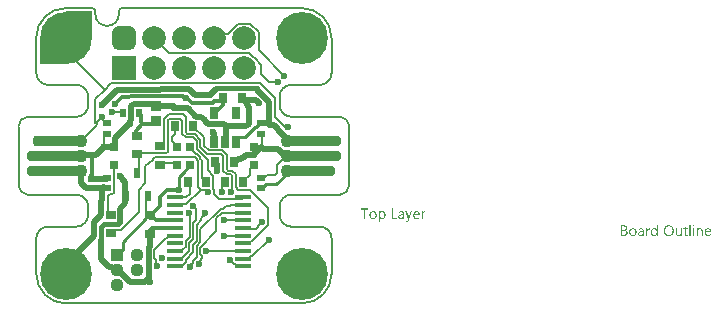
<source format=gtl>
G04*
G04 #@! TF.GenerationSoftware,Altium Limited,Altium Designer,22.4.2 (48)*
G04*
G04 Layer_Physical_Order=1*
G04 Layer_Color=255*
%FSAX25Y25*%
%MOIN*%
G70*
G04*
G04 #@! TF.SameCoordinates,03BAF07D-572A-4E9D-8DEF-3220CFA764F5*
G04*
G04*
G04 #@! TF.FilePolarity,Positive*
G04*
G01*
G75*
%ADD10C,0.01968*%
%ADD14C,0.00787*%
%ADD15C,0.00984*%
%ADD17R,0.02756X0.03937*%
%ADD18R,0.03150X0.03543*%
%ADD21R,0.03000X0.03200*%
%ADD22R,0.03200X0.03000*%
%ADD23R,0.02559X0.03150*%
%ADD24R,0.05315X0.01575*%
%ADD25R,0.02362X0.03150*%
%ADD26R,0.02362X0.03543*%
%ADD27R,0.03543X0.03150*%
%ADD28R,0.03600X0.03200*%
G04:AMPARAMS|DCode=33|XSize=35.43mil|YSize=188.98mil|CornerRadius=13.82mil|HoleSize=0mil|Usage=FLASHONLY|Rotation=90.000|XOffset=0mil|YOffset=0mil|HoleType=Round|Shape=RoundedRectangle|*
%AMROUNDEDRECTD33*
21,1,0.03543,0.16134,0,0,90.0*
21,1,0.00780,0.18898,0,0,90.0*
1,1,0.02764,0.08067,0.00390*
1,1,0.02764,0.08067,-0.00390*
1,1,0.02764,-0.08067,-0.00390*
1,1,0.02764,-0.08067,0.00390*
%
%ADD33ROUNDEDRECTD33*%
G04:AMPARAMS|DCode=34|XSize=35.43mil|YSize=169.29mil|CornerRadius=13.82mil|HoleSize=0mil|Usage=FLASHONLY|Rotation=90.000|XOffset=0mil|YOffset=0mil|HoleType=Round|Shape=RoundedRectangle|*
%AMROUNDEDRECTD34*
21,1,0.03543,0.14165,0,0,90.0*
21,1,0.00780,0.16929,0,0,90.0*
1,1,0.02764,0.07083,0.00390*
1,1,0.02764,0.07083,-0.00390*
1,1,0.02764,-0.07083,-0.00390*
1,1,0.02764,-0.07083,0.00390*
%
%ADD34ROUNDEDRECTD34*%
%ADD43C,0.04331*%
%ADD51R,0.03150X0.03150*%
%ADD52R,0.02756X0.02362*%
%ADD53C,0.00591*%
%ADD54C,0.01181*%
%ADD55C,0.01575*%
%ADD56C,0.01378*%
%ADD57C,0.01772*%
%ADD58R,0.07874X0.07874*%
%ADD59C,0.07874*%
G04:AMPARAMS|DCode=60|XSize=78.74mil|YSize=78.74mil|CornerRadius=19.68mil|HoleSize=0mil|Usage=FLASHONLY|Rotation=180.000|XOffset=0mil|YOffset=0mil|HoleType=Round|Shape=RoundedRectangle|*
%AMROUNDEDRECTD60*
21,1,0.07874,0.03937,0,0,180.0*
21,1,0.03937,0.07874,0,0,180.0*
1,1,0.03937,-0.01968,0.01968*
1,1,0.03937,0.01968,0.01968*
1,1,0.03937,0.01968,-0.01968*
1,1,0.03937,-0.01968,-0.01968*
%
%ADD60ROUNDEDRECTD60*%
%ADD61C,0.04370*%
%ADD62R,0.04370X0.04370*%
%ADD63C,0.17323*%
%ADD64C,0.02362*%
G36*
X-0030709Y0038976D02*
X-0038976Y0030709D01*
X-0048092D01*
Y0039309D01*
X-0039309Y0048092D01*
X-0030709D01*
Y0038976D01*
D02*
G37*
G36*
X0066258Y-0018499D02*
X0066292Y-0018502D01*
X0066332Y-0018505D01*
X0066378Y-0018515D01*
X0066431Y-0018524D01*
X0066490Y-0018539D01*
X0066548Y-0018558D01*
X0066610Y-0018579D01*
X0066672Y-0018607D01*
X0066737Y-0018638D01*
X0066799Y-0018678D01*
X0066857Y-0018725D01*
X0066916Y-0018777D01*
X0066969Y-0018836D01*
X0066972Y-0018839D01*
X0066981Y-0018851D01*
X0066993Y-0018870D01*
X0067012Y-0018898D01*
X0067030Y-0018932D01*
X0067055Y-0018972D01*
X0067080Y-0019021D01*
X0067105Y-0019074D01*
X0067129Y-0019136D01*
X0067154Y-0019204D01*
X0067179Y-0019278D01*
X0067197Y-0019358D01*
X0067216Y-0019445D01*
X0067228Y-0019537D01*
X0067237Y-0019636D01*
X0067241Y-0019738D01*
Y-0019741D01*
Y-0019744D01*
Y-0019754D01*
Y-0019766D01*
X0067237Y-0019800D01*
X0067234Y-0019843D01*
X0067231Y-0019896D01*
X0067225Y-0019958D01*
X0067216Y-0020026D01*
X0067203Y-0020100D01*
X0067185Y-0020177D01*
X0067166Y-0020260D01*
X0067142Y-0020344D01*
X0067111Y-0020427D01*
X0067077Y-0020511D01*
X0067037Y-0020594D01*
X0066987Y-0020671D01*
X0066935Y-0020745D01*
X0066931Y-0020749D01*
X0066919Y-0020761D01*
X0066904Y-0020779D01*
X0066879Y-0020804D01*
X0066848Y-0020832D01*
X0066811Y-0020866D01*
X0066765Y-0020900D01*
X0066715Y-0020934D01*
X0066660Y-0020968D01*
X0066595Y-0021002D01*
X0066527Y-0021036D01*
X0066453Y-0021064D01*
X0066372Y-0021089D01*
X0066286Y-0021107D01*
X0066193Y-0021119D01*
X0066097Y-0021123D01*
X0066076D01*
X0066051Y-0021119D01*
X0066017Y-0021116D01*
X0065977Y-0021110D01*
X0065930Y-0021101D01*
X0065878Y-0021089D01*
X0065819Y-0021070D01*
X0065760Y-0021048D01*
X0065699Y-0021021D01*
X0065637Y-0020987D01*
X0065572Y-0020946D01*
X0065510Y-0020897D01*
X0065451Y-0020841D01*
X0065396Y-0020776D01*
X0065343Y-0020702D01*
X0065334D01*
Y-0022216D01*
X0064932D01*
Y-0018555D01*
X0065334D01*
Y-0018997D01*
X0065343D01*
X0065346Y-0018990D01*
X0065359Y-0018975D01*
X0065374Y-0018950D01*
X0065399Y-0018919D01*
X0065430Y-0018879D01*
X0065467Y-0018839D01*
X0065513Y-0018793D01*
X0065563Y-0018746D01*
X0065621Y-0018700D01*
X0065686Y-0018654D01*
X0065757Y-0018613D01*
X0065835Y-0018573D01*
X0065918Y-0018542D01*
X0066011Y-0018518D01*
X0066106Y-0018502D01*
X0066211Y-0018496D01*
X0066233D01*
X0066258Y-0018499D01*
D02*
G37*
G36*
X0080348Y-0018515D02*
X0080382D01*
X0080419Y-0018521D01*
X0080459Y-0018527D01*
X0080500Y-0018533D01*
X0080534Y-0018545D01*
Y-0018963D01*
X0080528Y-0018959D01*
X0080515Y-0018950D01*
X0080490Y-0018938D01*
X0080456Y-0018922D01*
X0080410Y-0018907D01*
X0080361Y-0018895D01*
X0080299Y-0018885D01*
X0080228Y-0018882D01*
X0080203D01*
X0080185Y-0018885D01*
X0080163Y-0018888D01*
X0080138Y-0018895D01*
X0080080Y-0018913D01*
X0080045Y-0018925D01*
X0080011Y-0018941D01*
X0079974Y-0018963D01*
X0079937Y-0018984D01*
X0079903Y-0019012D01*
X0079866Y-0019046D01*
X0079832Y-0019083D01*
X0079798Y-0019126D01*
X0079795Y-0019129D01*
X0079792Y-0019139D01*
X0079783Y-0019151D01*
X0079770Y-0019170D01*
X0079758Y-0019194D01*
X0079743Y-0019225D01*
X0079727Y-0019259D01*
X0079712Y-0019299D01*
X0079696Y-0019343D01*
X0079681Y-0019392D01*
X0079665Y-0019448D01*
X0079653Y-0019506D01*
X0079641Y-0019571D01*
X0079631Y-0019639D01*
X0079628Y-0019710D01*
X0079625Y-0019788D01*
Y-0021064D01*
X0079224D01*
Y-0018555D01*
X0079625D01*
Y-0019074D01*
X0079634D01*
Y-0019071D01*
X0079638Y-0019061D01*
X0079644Y-0019049D01*
X0079650Y-0019031D01*
X0079659Y-0019009D01*
X0079672Y-0018981D01*
X0079699Y-0018922D01*
X0079737Y-0018854D01*
X0079783Y-0018787D01*
X0079835Y-0018722D01*
X0079897Y-0018660D01*
X0079900Y-0018657D01*
X0079906Y-0018654D01*
X0079916Y-0018647D01*
X0079928Y-0018635D01*
X0079944Y-0018626D01*
X0079965Y-0018613D01*
X0080011Y-0018586D01*
X0080070Y-0018558D01*
X0080138Y-0018533D01*
X0080212Y-0018518D01*
X0080252Y-0018515D01*
X0080293Y-0018511D01*
X0080317D01*
X0080348Y-0018515D01*
D02*
G37*
G36*
X0075015Y-0021465D02*
Y-0021469D01*
X0075012Y-0021475D01*
X0075006Y-0021484D01*
X0074999Y-0021499D01*
X0074993Y-0021518D01*
X0074984Y-0021537D01*
X0074959Y-0021586D01*
X0074925Y-0021645D01*
X0074888Y-0021713D01*
X0074842Y-0021781D01*
X0074789Y-0021855D01*
X0074731Y-0021926D01*
X0074666Y-0021997D01*
X0074595Y-0022065D01*
X0074518Y-0022124D01*
X0074434Y-0022173D01*
X0074391Y-0022192D01*
X0074344Y-0022210D01*
X0074298Y-0022226D01*
X0074249Y-0022235D01*
X0074199Y-0022241D01*
X0074147Y-0022244D01*
X0074122D01*
X0074091Y-0022241D01*
X0074054D01*
X0074014Y-0022235D01*
X0073971Y-0022229D01*
X0073924Y-0022222D01*
X0073884Y-0022210D01*
Y-0021852D01*
X0073890Y-0021855D01*
X0073906Y-0021858D01*
X0073930Y-0021864D01*
X0073961Y-0021873D01*
X0073998Y-0021883D01*
X0074038Y-0021889D01*
X0074082Y-0021892D01*
X0074122Y-0021895D01*
X0074134D01*
X0074150Y-0021892D01*
X0074171Y-0021889D01*
X0074196Y-0021883D01*
X0074227Y-0021877D01*
X0074258Y-0021864D01*
X0074295Y-0021849D01*
X0074329Y-0021830D01*
X0074369Y-0021805D01*
X0074406Y-0021778D01*
X0074443Y-0021744D01*
X0074480Y-0021700D01*
X0074518Y-0021654D01*
X0074548Y-0021598D01*
X0074579Y-0021533D01*
X0074780Y-0021061D01*
X0073801Y-0018555D01*
X0074246D01*
X0074925Y-0020486D01*
Y-0020489D01*
X0074928Y-0020495D01*
X0074932Y-0020504D01*
X0074938Y-0020523D01*
X0074944Y-0020548D01*
X0074950Y-0020582D01*
X0074962Y-0020625D01*
X0074975Y-0020677D01*
X0074990D01*
Y-0020674D01*
X0074993Y-0020665D01*
X0074996Y-0020653D01*
X0075003Y-0020631D01*
X0075009Y-0020606D01*
X0075015Y-0020576D01*
X0075027Y-0020535D01*
X0075040Y-0020492D01*
X0075753Y-0018555D01*
X0076168D01*
X0075015Y-0021465D01*
D02*
G37*
G36*
X0072568Y-0018499D02*
X0072589D01*
X0072611Y-0018502D01*
X0072639Y-0018505D01*
X0072670Y-0018511D01*
X0072734Y-0018524D01*
X0072812Y-0018545D01*
X0072889Y-0018573D01*
X0072973Y-0018613D01*
X0073056Y-0018663D01*
X0073096Y-0018691D01*
X0073136Y-0018725D01*
X0073173Y-0018762D01*
X0073210Y-0018799D01*
X0073244Y-0018842D01*
X0073275Y-0018891D01*
X0073306Y-0018941D01*
X0073334Y-0018997D01*
X0073356Y-0019058D01*
X0073377Y-0019123D01*
X0073393Y-0019191D01*
X0073405Y-0019268D01*
X0073411Y-0019346D01*
X0073414Y-0019432D01*
Y-0021064D01*
X0073013D01*
Y-0020674D01*
X0073003D01*
X0073000Y-0020681D01*
X0072991Y-0020693D01*
X0072976Y-0020715D01*
X0072954Y-0020745D01*
X0072926Y-0020779D01*
X0072892Y-0020817D01*
X0072855Y-0020857D01*
X0072809Y-0020897D01*
X0072756Y-0020940D01*
X0072701Y-0020980D01*
X0072636Y-0021017D01*
X0072568Y-0021051D01*
X0072490Y-0021082D01*
X0072410Y-0021104D01*
X0072324Y-0021116D01*
X0072231Y-0021123D01*
X0072194D01*
X0072169Y-0021119D01*
X0072138Y-0021116D01*
X0072101Y-0021113D01*
X0072061Y-0021107D01*
X0072018Y-0021098D01*
X0071922Y-0021073D01*
X0071876Y-0021058D01*
X0071826Y-0021039D01*
X0071777Y-0021017D01*
X0071730Y-0020990D01*
X0071687Y-0020959D01*
X0071644Y-0020925D01*
X0071641Y-0020922D01*
X0071635Y-0020915D01*
X0071625Y-0020903D01*
X0071610Y-0020888D01*
X0071594Y-0020869D01*
X0071579Y-0020844D01*
X0071557Y-0020817D01*
X0071539Y-0020786D01*
X0071520Y-0020749D01*
X0071502Y-0020708D01*
X0071483Y-0020665D01*
X0071468Y-0020619D01*
X0071452Y-0020569D01*
X0071443Y-0020517D01*
X0071437Y-0020458D01*
X0071434Y-0020399D01*
Y-0020396D01*
Y-0020390D01*
Y-0020381D01*
X0071437Y-0020369D01*
Y-0020353D01*
X0071440Y-0020335D01*
X0071446Y-0020288D01*
X0071458Y-0020233D01*
X0071477Y-0020171D01*
X0071502Y-0020103D01*
X0071539Y-0020032D01*
X0071582Y-0019961D01*
X0071635Y-0019890D01*
X0071668Y-0019856D01*
X0071702Y-0019822D01*
X0071743Y-0019788D01*
X0071783Y-0019757D01*
X0071829Y-0019726D01*
X0071879Y-0019698D01*
X0071931Y-0019673D01*
X0071990Y-0019649D01*
X0072052Y-0019627D01*
X0072117Y-0019608D01*
X0072188Y-0019593D01*
X0072262Y-0019581D01*
X0073013Y-0019476D01*
Y-0019472D01*
Y-0019469D01*
Y-0019460D01*
Y-0019448D01*
X0073010Y-0019417D01*
X0073003Y-0019377D01*
X0072997Y-0019327D01*
X0072985Y-0019272D01*
X0072969Y-0019216D01*
X0072948Y-0019154D01*
X0072920Y-0019095D01*
X0072886Y-0019037D01*
X0072846Y-0018984D01*
X0072796Y-0018935D01*
X0072734Y-0018895D01*
X0072667Y-0018864D01*
X0072629Y-0018851D01*
X0072586Y-0018842D01*
X0072543Y-0018839D01*
X0072497Y-0018836D01*
X0072475D01*
X0072453Y-0018839D01*
X0072419Y-0018842D01*
X0072379Y-0018845D01*
X0072333Y-0018851D01*
X0072280Y-0018861D01*
X0072225Y-0018873D01*
X0072163Y-0018891D01*
X0072098Y-0018910D01*
X0072030Y-0018935D01*
X0071959Y-0018966D01*
X0071888Y-0019003D01*
X0071817Y-0019043D01*
X0071746Y-0019089D01*
X0071678Y-0019145D01*
Y-0018734D01*
X0071681Y-0018731D01*
X0071693Y-0018725D01*
X0071715Y-0018712D01*
X0071743Y-0018697D01*
X0071780Y-0018678D01*
X0071820Y-0018660D01*
X0071869Y-0018638D01*
X0071925Y-0018613D01*
X0071984Y-0018592D01*
X0072049Y-0018570D01*
X0072120Y-0018552D01*
X0072194Y-0018533D01*
X0072274Y-0018518D01*
X0072355Y-0018505D01*
X0072441Y-0018499D01*
X0072531Y-0018496D01*
X0072552D01*
X0072568Y-0018499D01*
D02*
G37*
G36*
X0069725Y-0020693D02*
X0071137D01*
Y-0021064D01*
X0069314D01*
Y-0017550D01*
X0069725D01*
Y-0020693D01*
D02*
G37*
G36*
X0061493Y-0017924D02*
X0060480D01*
Y-0021064D01*
X0060069D01*
Y-0017924D01*
X0059055D01*
Y-0017550D01*
X0061493D01*
Y-0017924D01*
D02*
G37*
G36*
X0077632Y-0018499D02*
X0077666Y-0018502D01*
X0077709Y-0018505D01*
X0077756Y-0018511D01*
X0077808Y-0018524D01*
X0077864Y-0018536D01*
X0077926Y-0018552D01*
X0077987Y-0018573D01*
X0078049Y-0018601D01*
X0078114Y-0018632D01*
X0078176Y-0018669D01*
X0078235Y-0018712D01*
X0078293Y-0018762D01*
X0078346Y-0018817D01*
X0078349Y-0018820D01*
X0078358Y-0018833D01*
X0078371Y-0018851D01*
X0078389Y-0018876D01*
X0078408Y-0018907D01*
X0078433Y-0018947D01*
X0078457Y-0018993D01*
X0078482Y-0019046D01*
X0078507Y-0019108D01*
X0078531Y-0019173D01*
X0078556Y-0019247D01*
X0078575Y-0019324D01*
X0078593Y-0019411D01*
X0078606Y-0019500D01*
X0078615Y-0019599D01*
X0078618Y-0019701D01*
Y-0019911D01*
X0076844D01*
Y-0019917D01*
Y-0019930D01*
X0076847Y-0019951D01*
X0076850Y-0019979D01*
X0076854Y-0020016D01*
X0076860Y-0020056D01*
X0076866Y-0020100D01*
X0076878Y-0020149D01*
X0076906Y-0020254D01*
X0076925Y-0020307D01*
X0076946Y-0020362D01*
X0076971Y-0020415D01*
X0076999Y-0020467D01*
X0077033Y-0020514D01*
X0077070Y-0020560D01*
X0077073Y-0020563D01*
X0077079Y-0020569D01*
X0077091Y-0020582D01*
X0077110Y-0020594D01*
X0077132Y-0020613D01*
X0077159Y-0020631D01*
X0077190Y-0020653D01*
X0077224Y-0020671D01*
X0077264Y-0020693D01*
X0077311Y-0020715D01*
X0077357Y-0020733D01*
X0077413Y-0020752D01*
X0077468Y-0020764D01*
X0077530Y-0020776D01*
X0077595Y-0020783D01*
X0077663Y-0020786D01*
X0077682D01*
X0077703Y-0020783D01*
X0077734D01*
X0077771Y-0020776D01*
X0077815Y-0020770D01*
X0077864Y-0020761D01*
X0077920Y-0020752D01*
X0077978Y-0020736D01*
X0078040Y-0020718D01*
X0078105Y-0020696D01*
X0078170Y-0020668D01*
X0078238Y-0020637D01*
X0078306Y-0020600D01*
X0078374Y-0020557D01*
X0078442Y-0020508D01*
Y-0020885D01*
X0078439Y-0020888D01*
X0078426Y-0020894D01*
X0078408Y-0020906D01*
X0078383Y-0020922D01*
X0078349Y-0020940D01*
X0078309Y-0020959D01*
X0078263Y-0020980D01*
X0078210Y-0021002D01*
X0078148Y-0021027D01*
X0078083Y-0021048D01*
X0078012Y-0021067D01*
X0077935Y-0021085D01*
X0077852Y-0021101D01*
X0077762Y-0021113D01*
X0077666Y-0021119D01*
X0077567Y-0021123D01*
X0077543D01*
X0077518Y-0021119D01*
X0077481Y-0021116D01*
X0077434Y-0021113D01*
X0077382Y-0021104D01*
X0077326Y-0021095D01*
X0077264Y-0021079D01*
X0077200Y-0021061D01*
X0077132Y-0021039D01*
X0077061Y-0021011D01*
X0076993Y-0020980D01*
X0076921Y-0020940D01*
X0076857Y-0020894D01*
X0076792Y-0020841D01*
X0076733Y-0020783D01*
X0076730Y-0020779D01*
X0076721Y-0020767D01*
X0076705Y-0020745D01*
X0076687Y-0020718D01*
X0076662Y-0020684D01*
X0076637Y-0020640D01*
X0076609Y-0020591D01*
X0076582Y-0020532D01*
X0076554Y-0020470D01*
X0076526Y-0020396D01*
X0076501Y-0020319D01*
X0076477Y-0020233D01*
X0076458Y-0020140D01*
X0076442Y-0020041D01*
X0076433Y-0019933D01*
X0076430Y-0019822D01*
Y-0019818D01*
Y-0019815D01*
Y-0019806D01*
Y-0019797D01*
X0076433Y-0019766D01*
X0076436Y-0019723D01*
X0076439Y-0019673D01*
X0076449Y-0019618D01*
X0076458Y-0019553D01*
X0076470Y-0019482D01*
X0076489Y-0019408D01*
X0076511Y-0019330D01*
X0076538Y-0019250D01*
X0076569Y-0019170D01*
X0076606Y-0019092D01*
X0076653Y-0019012D01*
X0076702Y-0018938D01*
X0076761Y-0018867D01*
X0076764Y-0018864D01*
X0076776Y-0018851D01*
X0076795Y-0018833D01*
X0076819Y-0018808D01*
X0076854Y-0018780D01*
X0076894Y-0018749D01*
X0076937Y-0018715D01*
X0076990Y-0018681D01*
X0077045Y-0018647D01*
X0077110Y-0018613D01*
X0077178Y-0018583D01*
X0077249Y-0018555D01*
X0077326Y-0018530D01*
X0077410Y-0018511D01*
X0077496Y-0018499D01*
X0077586Y-0018496D01*
X0077608D01*
X0077632Y-0018499D01*
D02*
G37*
G36*
X0063152D02*
X0063193Y-0018502D01*
X0063239Y-0018505D01*
X0063295Y-0018515D01*
X0063353Y-0018524D01*
X0063418Y-0018539D01*
X0063489Y-0018558D01*
X0063560Y-0018579D01*
X0063631Y-0018607D01*
X0063706Y-0018641D01*
X0063777Y-0018681D01*
X0063848Y-0018728D01*
X0063913Y-0018780D01*
X0063974Y-0018842D01*
X0063977Y-0018845D01*
X0063987Y-0018857D01*
X0064002Y-0018879D01*
X0064024Y-0018907D01*
X0064049Y-0018941D01*
X0064073Y-0018984D01*
X0064104Y-0019034D01*
X0064132Y-0019092D01*
X0064163Y-0019157D01*
X0064191Y-0019228D01*
X0064215Y-0019306D01*
X0064240Y-0019392D01*
X0064262Y-0019485D01*
X0064277Y-0019584D01*
X0064287Y-0019689D01*
X0064290Y-0019800D01*
Y-0019803D01*
Y-0019806D01*
Y-0019815D01*
Y-0019828D01*
X0064287Y-0019859D01*
X0064283Y-0019899D01*
X0064280Y-0019951D01*
X0064271Y-0020010D01*
X0064262Y-0020075D01*
X0064246Y-0020146D01*
X0064228Y-0020220D01*
X0064206Y-0020301D01*
X0064178Y-0020381D01*
X0064147Y-0020461D01*
X0064107Y-0020542D01*
X0064061Y-0020619D01*
X0064008Y-0020693D01*
X0063950Y-0020764D01*
X0063947Y-0020767D01*
X0063934Y-0020779D01*
X0063916Y-0020798D01*
X0063888Y-0020820D01*
X0063854Y-0020847D01*
X0063814Y-0020878D01*
X0063764Y-0020909D01*
X0063709Y-0020943D01*
X0063647Y-0020977D01*
X0063579Y-0021008D01*
X0063505Y-0021039D01*
X0063424Y-0021067D01*
X0063335Y-0021089D01*
X0063242Y-0021107D01*
X0063146Y-0021119D01*
X0063041Y-0021123D01*
X0063016D01*
X0062989Y-0021119D01*
X0062949Y-0021116D01*
X0062902Y-0021113D01*
X0062846Y-0021104D01*
X0062788Y-0021095D01*
X0062723Y-0021079D01*
X0062652Y-0021061D01*
X0062581Y-0021036D01*
X0062507Y-0021008D01*
X0062432Y-0020974D01*
X0062358Y-0020934D01*
X0062284Y-0020888D01*
X0062216Y-0020835D01*
X0062151Y-0020773D01*
X0062148Y-0020770D01*
X0062136Y-0020758D01*
X0062120Y-0020736D01*
X0062099Y-0020708D01*
X0062074Y-0020674D01*
X0062046Y-0020631D01*
X0062018Y-0020582D01*
X0061988Y-0020523D01*
X0061957Y-0020461D01*
X0061926Y-0020390D01*
X0061898Y-0020313D01*
X0061873Y-0020230D01*
X0061852Y-0020143D01*
X0061836Y-0020047D01*
X0061824Y-0019945D01*
X0061821Y-0019840D01*
Y-0019837D01*
Y-0019834D01*
Y-0019825D01*
Y-0019812D01*
X0061824Y-0019778D01*
X0061827Y-0019735D01*
X0061830Y-0019683D01*
X0061839Y-0019621D01*
X0061848Y-0019553D01*
X0061864Y-0019479D01*
X0061883Y-0019401D01*
X0061904Y-0019321D01*
X0061932Y-0019238D01*
X0061966Y-0019154D01*
X0062006Y-0019074D01*
X0062049Y-0018997D01*
X0062102Y-0018922D01*
X0062164Y-0018851D01*
X0062167Y-0018848D01*
X0062179Y-0018836D01*
X0062201Y-0018817D01*
X0062229Y-0018796D01*
X0062262Y-0018768D01*
X0062306Y-0018740D01*
X0062355Y-0018706D01*
X0062411Y-0018672D01*
X0062473Y-0018641D01*
X0062544Y-0018607D01*
X0062621Y-0018579D01*
X0062704Y-0018552D01*
X0062794Y-0018530D01*
X0062890Y-0018511D01*
X0062992Y-0018499D01*
X0063100Y-0018496D01*
X0063125D01*
X0063152Y-0018499D01*
D02*
G37*
G36*
X0169938Y-0023048D02*
X0169966Y-0023054D01*
X0169993Y-0023064D01*
X0170024Y-0023079D01*
X0170055Y-0023098D01*
X0170086Y-0023122D01*
X0170089Y-0023125D01*
X0170098Y-0023135D01*
X0170111Y-0023150D01*
X0170126Y-0023172D01*
X0170139Y-0023200D01*
X0170151Y-0023231D01*
X0170160Y-0023268D01*
X0170163Y-0023308D01*
Y-0023314D01*
Y-0023326D01*
X0170160Y-0023345D01*
X0170154Y-0023373D01*
X0170145Y-0023401D01*
X0170129Y-0023431D01*
X0170111Y-0023462D01*
X0170086Y-0023493D01*
X0170083Y-0023496D01*
X0170074Y-0023506D01*
X0170055Y-0023518D01*
X0170034Y-0023530D01*
X0170006Y-0023543D01*
X0169975Y-0023555D01*
X0169941Y-0023564D01*
X0169901Y-0023567D01*
X0169882D01*
X0169863Y-0023564D01*
X0169836Y-0023558D01*
X0169808Y-0023549D01*
X0169777Y-0023537D01*
X0169746Y-0023521D01*
X0169715Y-0023496D01*
X0169712Y-0023493D01*
X0169703Y-0023484D01*
X0169691Y-0023465D01*
X0169678Y-0023444D01*
X0169666Y-0023419D01*
X0169653Y-0023385D01*
X0169644Y-0023348D01*
X0169641Y-0023308D01*
Y-0023302D01*
Y-0023289D01*
X0169644Y-0023268D01*
X0169650Y-0023243D01*
X0169660Y-0023212D01*
X0169672Y-0023181D01*
X0169691Y-0023150D01*
X0169715Y-0023122D01*
X0169718Y-0023119D01*
X0169728Y-0023110D01*
X0169746Y-0023098D01*
X0169768Y-0023082D01*
X0169796Y-0023070D01*
X0169826Y-0023058D01*
X0169860Y-0023048D01*
X0169901Y-0023045D01*
X0169919D01*
X0169938Y-0023048D01*
D02*
G37*
G36*
X0157970Y-0026713D02*
X0157568D01*
Y-0026290D01*
X0157559D01*
X0157556Y-0026296D01*
X0157547Y-0026311D01*
X0157528Y-0026333D01*
X0157507Y-0026364D01*
X0157476Y-0026401D01*
X0157442Y-0026441D01*
X0157398Y-0026484D01*
X0157346Y-0026531D01*
X0157290Y-0026577D01*
X0157225Y-0026620D01*
X0157154Y-0026660D01*
X0157077Y-0026698D01*
X0156994Y-0026728D01*
X0156901Y-0026750D01*
X0156802Y-0026766D01*
X0156697Y-0026772D01*
X0156675D01*
X0156651Y-0026769D01*
X0156620Y-0026766D01*
X0156580Y-0026763D01*
X0156533Y-0026753D01*
X0156481Y-0026744D01*
X0156425Y-0026728D01*
X0156366Y-0026713D01*
X0156305Y-0026688D01*
X0156243Y-0026664D01*
X0156178Y-0026630D01*
X0156116Y-0026592D01*
X0156054Y-0026546D01*
X0155996Y-0026494D01*
X0155940Y-0026435D01*
X0155937Y-0026432D01*
X0155928Y-0026419D01*
X0155915Y-0026401D01*
X0155897Y-0026373D01*
X0155875Y-0026339D01*
X0155850Y-0026299D01*
X0155826Y-0026250D01*
X0155801Y-0026194D01*
X0155773Y-0026132D01*
X0155748Y-0026064D01*
X0155724Y-0025987D01*
X0155702Y-0025907D01*
X0155684Y-0025820D01*
X0155671Y-0025724D01*
X0155662Y-0025625D01*
X0155659Y-0025520D01*
Y-0025517D01*
Y-0025514D01*
Y-0025505D01*
Y-0025493D01*
X0155662Y-0025462D01*
X0155665Y-0025418D01*
X0155668Y-0025363D01*
X0155674Y-0025304D01*
X0155684Y-0025236D01*
X0155699Y-0025162D01*
X0155714Y-0025085D01*
X0155736Y-0025001D01*
X0155761Y-0024921D01*
X0155792Y-0024834D01*
X0155826Y-0024754D01*
X0155869Y-0024674D01*
X0155915Y-0024596D01*
X0155971Y-0024522D01*
X0155974Y-0024519D01*
X0155986Y-0024507D01*
X0156005Y-0024488D01*
X0156030Y-0024464D01*
X0156061Y-0024436D01*
X0156098Y-0024402D01*
X0156144Y-0024368D01*
X0156193Y-0024334D01*
X0156252Y-0024300D01*
X0156314Y-0024266D01*
X0156382Y-0024232D01*
X0156456Y-0024204D01*
X0156536Y-0024179D01*
X0156623Y-0024161D01*
X0156712Y-0024148D01*
X0156808Y-0024145D01*
X0156830D01*
X0156858Y-0024148D01*
X0156892Y-0024151D01*
X0156935Y-0024158D01*
X0156984Y-0024167D01*
X0157037Y-0024179D01*
X0157096Y-0024195D01*
X0157157Y-0024216D01*
X0157219Y-0024244D01*
X0157281Y-0024278D01*
X0157343Y-0024318D01*
X0157402Y-0024365D01*
X0157460Y-0024417D01*
X0157513Y-0024482D01*
X0157559Y-0024553D01*
X0157568D01*
Y-0022999D01*
X0157970D01*
Y-0026713D01*
D02*
G37*
G36*
X0172184Y-0024148D02*
X0172212D01*
X0172246Y-0024155D01*
X0172286Y-0024161D01*
X0172329Y-0024167D01*
X0172376Y-0024179D01*
X0172425Y-0024192D01*
X0172478Y-0024210D01*
X0172530Y-0024232D01*
X0172583Y-0024260D01*
X0172632Y-0024291D01*
X0172682Y-0024324D01*
X0172728Y-0024368D01*
X0172771Y-0024414D01*
X0172774Y-0024417D01*
X0172781Y-0024426D01*
X0172793Y-0024442D01*
X0172805Y-0024464D01*
X0172821Y-0024491D01*
X0172839Y-0024525D01*
X0172861Y-0024566D01*
X0172882Y-0024609D01*
X0172901Y-0024661D01*
X0172923Y-0024717D01*
X0172941Y-0024782D01*
X0172957Y-0024850D01*
X0172969Y-0024924D01*
X0172981Y-0025004D01*
X0172987Y-0025088D01*
X0172991Y-0025180D01*
Y-0026713D01*
X0172589D01*
Y-0025282D01*
Y-0025279D01*
Y-0025273D01*
Y-0025264D01*
Y-0025248D01*
X0172586Y-0025230D01*
Y-0025208D01*
X0172580Y-0025159D01*
X0172570Y-0025097D01*
X0172558Y-0025029D01*
X0172539Y-0024958D01*
X0172515Y-0024884D01*
X0172484Y-0024810D01*
X0172447Y-0024738D01*
X0172400Y-0024670D01*
X0172342Y-0024609D01*
X0172277Y-0024559D01*
X0172240Y-0024538D01*
X0172196Y-0024519D01*
X0172153Y-0024504D01*
X0172107Y-0024494D01*
X0172057Y-0024488D01*
X0172005Y-0024485D01*
X0171977D01*
X0171956Y-0024488D01*
X0171931Y-0024491D01*
X0171900Y-0024498D01*
X0171866Y-0024504D01*
X0171832Y-0024513D01*
X0171792Y-0024525D01*
X0171751Y-0024541D01*
X0171711Y-0024559D01*
X0171668Y-0024581D01*
X0171628Y-0024609D01*
X0171585Y-0024640D01*
X0171545Y-0024674D01*
X0171507Y-0024714D01*
X0171504Y-0024717D01*
X0171498Y-0024723D01*
X0171489Y-0024735D01*
X0171476Y-0024754D01*
X0171461Y-0024776D01*
X0171446Y-0024803D01*
X0171427Y-0024834D01*
X0171408Y-0024868D01*
X0171390Y-0024908D01*
X0171371Y-0024952D01*
X0171356Y-0024998D01*
X0171341Y-0025047D01*
X0171328Y-0025103D01*
X0171319Y-0025159D01*
X0171313Y-0025221D01*
X0171310Y-0025282D01*
Y-0026713D01*
X0170908D01*
Y-0024204D01*
X0171310D01*
Y-0024621D01*
X0171319D01*
X0171322Y-0024615D01*
X0171331Y-0024600D01*
X0171350Y-0024578D01*
X0171371Y-0024547D01*
X0171402Y-0024510D01*
X0171436Y-0024470D01*
X0171480Y-0024426D01*
X0171529Y-0024383D01*
X0171585Y-0024340D01*
X0171646Y-0024297D01*
X0171714Y-0024257D01*
X0171785Y-0024219D01*
X0171866Y-0024189D01*
X0171952Y-0024167D01*
X0172045Y-0024151D01*
X0172144Y-0024145D01*
X0172162D01*
X0172184Y-0024148D01*
D02*
G37*
G36*
X0155208Y-0024164D02*
X0155242D01*
X0155279Y-0024170D01*
X0155319Y-0024176D01*
X0155359Y-0024182D01*
X0155393Y-0024195D01*
Y-0024612D01*
X0155387Y-0024609D01*
X0155375Y-0024600D01*
X0155350Y-0024587D01*
X0155316Y-0024572D01*
X0155270Y-0024556D01*
X0155220Y-0024544D01*
X0155158Y-0024535D01*
X0155087Y-0024532D01*
X0155062D01*
X0155044Y-0024535D01*
X0155022Y-0024538D01*
X0154998Y-0024544D01*
X0154939Y-0024562D01*
X0154905Y-0024575D01*
X0154871Y-0024590D01*
X0154834Y-0024612D01*
X0154797Y-0024633D01*
X0154763Y-0024661D01*
X0154726Y-0024695D01*
X0154692Y-0024732D01*
X0154658Y-0024776D01*
X0154655Y-0024779D01*
X0154651Y-0024788D01*
X0154642Y-0024800D01*
X0154630Y-0024819D01*
X0154618Y-0024844D01*
X0154602Y-0024874D01*
X0154587Y-0024908D01*
X0154571Y-0024949D01*
X0154556Y-0024992D01*
X0154540Y-0025041D01*
X0154525Y-0025097D01*
X0154512Y-0025156D01*
X0154500Y-0025221D01*
X0154491Y-0025289D01*
X0154488Y-0025360D01*
X0154485Y-0025437D01*
Y-0026713D01*
X0154083D01*
Y-0024204D01*
X0154485D01*
Y-0024723D01*
X0154494D01*
Y-0024720D01*
X0154497Y-0024711D01*
X0154503Y-0024698D01*
X0154509Y-0024680D01*
X0154519Y-0024658D01*
X0154531Y-0024630D01*
X0154559Y-0024572D01*
X0154596Y-0024504D01*
X0154642Y-0024436D01*
X0154695Y-0024371D01*
X0154756Y-0024309D01*
X0154760Y-0024306D01*
X0154766Y-0024303D01*
X0154775Y-0024297D01*
X0154787Y-0024284D01*
X0154803Y-0024275D01*
X0154824Y-0024263D01*
X0154871Y-0024235D01*
X0154930Y-0024207D01*
X0154998Y-0024182D01*
X0155072Y-0024167D01*
X0155112Y-0024164D01*
X0155152Y-0024161D01*
X0155177D01*
X0155208Y-0024164D01*
D02*
G37*
G36*
X0165970Y-0026713D02*
X0165568D01*
Y-0026318D01*
X0165559D01*
X0165556Y-0026324D01*
X0165547Y-0026336D01*
X0165531Y-0026361D01*
X0165513Y-0026389D01*
X0165485Y-0026423D01*
X0165451Y-0026460D01*
X0165414Y-0026503D01*
X0165368Y-0026543D01*
X0165318Y-0026586D01*
X0165259Y-0026627D01*
X0165198Y-0026667D01*
X0165127Y-0026701D01*
X0165049Y-0026728D01*
X0164969Y-0026753D01*
X0164879Y-0026766D01*
X0164784Y-0026772D01*
X0164762D01*
X0164746Y-0026769D01*
X0164725D01*
X0164700Y-0026766D01*
X0164672Y-0026759D01*
X0164645Y-0026756D01*
X0164576Y-0026738D01*
X0164499Y-0026716D01*
X0164419Y-0026682D01*
X0164379Y-0026660D01*
X0164336Y-0026639D01*
X0164292Y-0026611D01*
X0164252Y-0026583D01*
X0164212Y-0026549D01*
X0164172Y-0026512D01*
X0164132Y-0026469D01*
X0164094Y-0026426D01*
X0164060Y-0026376D01*
X0164026Y-0026321D01*
X0163999Y-0026262D01*
X0163971Y-0026200D01*
X0163946Y-0026132D01*
X0163925Y-0026058D01*
X0163909Y-0025978D01*
X0163897Y-0025894D01*
X0163891Y-0025802D01*
X0163888Y-0025706D01*
Y-0024204D01*
X0164286D01*
Y-0025641D01*
Y-0025644D01*
Y-0025650D01*
Y-0025659D01*
Y-0025675D01*
X0164289Y-0025693D01*
Y-0025715D01*
X0164295Y-0025764D01*
X0164305Y-0025826D01*
X0164317Y-0025891D01*
X0164339Y-0025965D01*
X0164363Y-0026036D01*
X0164394Y-0026111D01*
X0164434Y-0026185D01*
X0164484Y-0026250D01*
X0164543Y-0026311D01*
X0164614Y-0026361D01*
X0164651Y-0026382D01*
X0164694Y-0026401D01*
X0164740Y-0026416D01*
X0164787Y-0026426D01*
X0164839Y-0026432D01*
X0164895Y-0026435D01*
X0164923D01*
X0164944Y-0026432D01*
X0164969Y-0026429D01*
X0164997Y-0026423D01*
X0165031Y-0026416D01*
X0165065Y-0026407D01*
X0165102Y-0026398D01*
X0165142Y-0026382D01*
X0165182Y-0026364D01*
X0165222Y-0026342D01*
X0165262Y-0026318D01*
X0165303Y-0026290D01*
X0165340Y-0026256D01*
X0165377Y-0026219D01*
X0165380Y-0026215D01*
X0165386Y-0026209D01*
X0165395Y-0026197D01*
X0165408Y-0026178D01*
X0165420Y-0026157D01*
X0165439Y-0026132D01*
X0165454Y-0026101D01*
X0165473Y-0026067D01*
X0165491Y-0026027D01*
X0165507Y-0025984D01*
X0165525Y-0025937D01*
X0165538Y-0025888D01*
X0165550Y-0025832D01*
X0165559Y-0025777D01*
X0165565Y-0025715D01*
X0165568Y-0025650D01*
Y-0024204D01*
X0165970D01*
Y-0026713D01*
D02*
G37*
G36*
X0170095D02*
X0169694D01*
Y-0024204D01*
X0170095D01*
Y-0026713D01*
D02*
G37*
G36*
X0168881D02*
X0168479D01*
Y-0022999D01*
X0168881D01*
Y-0026713D01*
D02*
G37*
G36*
X0152479Y-0024148D02*
X0152501D01*
X0152523Y-0024151D01*
X0152550Y-0024155D01*
X0152581Y-0024161D01*
X0152646Y-0024173D01*
X0152723Y-0024195D01*
X0152801Y-0024223D01*
X0152884Y-0024263D01*
X0152967Y-0024312D01*
X0153008Y-0024340D01*
X0153048Y-0024374D01*
X0153085Y-0024411D01*
X0153122Y-0024448D01*
X0153156Y-0024491D01*
X0153187Y-0024541D01*
X0153218Y-0024590D01*
X0153245Y-0024646D01*
X0153267Y-0024708D01*
X0153289Y-0024772D01*
X0153304Y-0024840D01*
X0153317Y-0024918D01*
X0153323Y-0024995D01*
X0153326Y-0025082D01*
Y-0026713D01*
X0152924D01*
Y-0026324D01*
X0152915D01*
X0152912Y-0026330D01*
X0152902Y-0026342D01*
X0152887Y-0026364D01*
X0152865Y-0026395D01*
X0152838Y-0026429D01*
X0152804Y-0026466D01*
X0152767Y-0026506D01*
X0152720Y-0026546D01*
X0152668Y-0026589D01*
X0152612Y-0026630D01*
X0152547Y-0026667D01*
X0152479Y-0026701D01*
X0152402Y-0026732D01*
X0152322Y-0026753D01*
X0152235Y-0026766D01*
X0152142Y-0026772D01*
X0152105D01*
X0152081Y-0026769D01*
X0152050Y-0026766D01*
X0152013Y-0026763D01*
X0151972Y-0026756D01*
X0151929Y-0026747D01*
X0151833Y-0026722D01*
X0151787Y-0026707D01*
X0151738Y-0026688D01*
X0151688Y-0026667D01*
X0151642Y-0026639D01*
X0151599Y-0026608D01*
X0151555Y-0026574D01*
X0151552Y-0026571D01*
X0151546Y-0026565D01*
X0151537Y-0026552D01*
X0151521Y-0026537D01*
X0151506Y-0026518D01*
X0151490Y-0026494D01*
X0151469Y-0026466D01*
X0151450Y-0026435D01*
X0151432Y-0026398D01*
X0151413Y-0026358D01*
X0151395Y-0026314D01*
X0151379Y-0026268D01*
X0151364Y-0026219D01*
X0151354Y-0026166D01*
X0151348Y-0026107D01*
X0151345Y-0026049D01*
Y-0026046D01*
Y-0026039D01*
Y-0026030D01*
X0151348Y-0026018D01*
Y-0026002D01*
X0151351Y-0025984D01*
X0151357Y-0025937D01*
X0151370Y-0025882D01*
X0151388Y-0025820D01*
X0151413Y-0025752D01*
X0151450Y-0025681D01*
X0151494Y-0025610D01*
X0151546Y-0025539D01*
X0151580Y-0025505D01*
X0151614Y-0025471D01*
X0151654Y-0025437D01*
X0151694Y-0025406D01*
X0151741Y-0025375D01*
X0151790Y-0025347D01*
X0151843Y-0025322D01*
X0151901Y-0025298D01*
X0151963Y-0025276D01*
X0152028Y-0025258D01*
X0152099Y-0025242D01*
X0152173Y-0025230D01*
X0152924Y-0025125D01*
Y-0025122D01*
Y-0025119D01*
Y-0025109D01*
Y-0025097D01*
X0152921Y-0025066D01*
X0152915Y-0025026D01*
X0152909Y-0024976D01*
X0152896Y-0024921D01*
X0152881Y-0024865D01*
X0152859Y-0024803D01*
X0152831Y-0024745D01*
X0152797Y-0024686D01*
X0152757Y-0024633D01*
X0152708Y-0024584D01*
X0152646Y-0024544D01*
X0152578Y-0024513D01*
X0152541Y-0024501D01*
X0152498Y-0024491D01*
X0152454Y-0024488D01*
X0152408Y-0024485D01*
X0152386D01*
X0152365Y-0024488D01*
X0152331Y-0024491D01*
X0152291Y-0024494D01*
X0152244Y-0024501D01*
X0152192Y-0024510D01*
X0152136Y-0024522D01*
X0152074Y-0024541D01*
X0152009Y-0024559D01*
X0151942Y-0024584D01*
X0151871Y-0024615D01*
X0151799Y-0024652D01*
X0151728Y-0024692D01*
X0151657Y-0024738D01*
X0151589Y-0024794D01*
Y-0024383D01*
X0151592Y-0024380D01*
X0151605Y-0024374D01*
X0151626Y-0024362D01*
X0151654Y-0024346D01*
X0151691Y-0024328D01*
X0151731Y-0024309D01*
X0151781Y-0024287D01*
X0151837Y-0024263D01*
X0151895Y-0024241D01*
X0151960Y-0024219D01*
X0152031Y-0024201D01*
X0152105Y-0024182D01*
X0152186Y-0024167D01*
X0152266Y-0024155D01*
X0152352Y-0024148D01*
X0152442Y-0024145D01*
X0152464D01*
X0152479Y-0024148D01*
D02*
G37*
G36*
X0146843Y-0023203D02*
X0146880Y-0023206D01*
X0146923Y-0023212D01*
X0146973Y-0023218D01*
X0147028Y-0023227D01*
X0147084Y-0023240D01*
X0147143Y-0023255D01*
X0147205Y-0023274D01*
X0147263Y-0023295D01*
X0147325Y-0023320D01*
X0147381Y-0023351D01*
X0147436Y-0023385D01*
X0147489Y-0023425D01*
X0147492Y-0023428D01*
X0147501Y-0023435D01*
X0147514Y-0023447D01*
X0147529Y-0023465D01*
X0147551Y-0023487D01*
X0147572Y-0023515D01*
X0147597Y-0023546D01*
X0147622Y-0023580D01*
X0147646Y-0023620D01*
X0147671Y-0023663D01*
X0147693Y-0023713D01*
X0147714Y-0023762D01*
X0147730Y-0023818D01*
X0147742Y-0023876D01*
X0147751Y-0023938D01*
X0147755Y-0024003D01*
Y-0024006D01*
Y-0024015D01*
Y-0024031D01*
X0147751Y-0024053D01*
X0147748Y-0024080D01*
X0147745Y-0024108D01*
X0147742Y-0024142D01*
X0147736Y-0024179D01*
X0147714Y-0024263D01*
X0147687Y-0024349D01*
X0147668Y-0024396D01*
X0147646Y-0024439D01*
X0147622Y-0024482D01*
X0147594Y-0024525D01*
X0147591Y-0024528D01*
X0147588Y-0024535D01*
X0147578Y-0024547D01*
X0147563Y-0024562D01*
X0147548Y-0024578D01*
X0147529Y-0024600D01*
X0147504Y-0024621D01*
X0147480Y-0024646D01*
X0147449Y-0024670D01*
X0147415Y-0024698D01*
X0147378Y-0024723D01*
X0147337Y-0024751D01*
X0147294Y-0024776D01*
X0147251Y-0024797D01*
X0147149Y-0024837D01*
Y-0024847D01*
X0147152D01*
X0147164Y-0024850D01*
X0147183Y-0024853D01*
X0147208Y-0024856D01*
X0147239Y-0024862D01*
X0147273Y-0024871D01*
X0147313Y-0024884D01*
X0147353Y-0024896D01*
X0147442Y-0024930D01*
X0147492Y-0024952D01*
X0147538Y-0024980D01*
X0147585Y-0025007D01*
X0147631Y-0025038D01*
X0147677Y-0025075D01*
X0147717Y-0025115D01*
X0147721Y-0025119D01*
X0147727Y-0025125D01*
X0147736Y-0025137D01*
X0147751Y-0025156D01*
X0147767Y-0025180D01*
X0147785Y-0025205D01*
X0147804Y-0025239D01*
X0147826Y-0025273D01*
X0147844Y-0025313D01*
X0147863Y-0025360D01*
X0147881Y-0025406D01*
X0147897Y-0025458D01*
X0147912Y-0025517D01*
X0147921Y-0025576D01*
X0147928Y-0025638D01*
X0147931Y-0025706D01*
Y-0025712D01*
Y-0025724D01*
X0147928Y-0025749D01*
X0147924Y-0025780D01*
X0147921Y-0025820D01*
X0147912Y-0025863D01*
X0147903Y-0025913D01*
X0147890Y-0025965D01*
X0147872Y-0026024D01*
X0147850Y-0026083D01*
X0147826Y-0026141D01*
X0147795Y-0026203D01*
X0147758Y-0026265D01*
X0147714Y-0026324D01*
X0147665Y-0026379D01*
X0147606Y-0026435D01*
X0147603Y-0026438D01*
X0147591Y-0026447D01*
X0147572Y-0026460D01*
X0147548Y-0026478D01*
X0147517Y-0026500D01*
X0147476Y-0026521D01*
X0147433Y-0026549D01*
X0147384Y-0026574D01*
X0147325Y-0026599D01*
X0147263Y-0026623D01*
X0147198Y-0026648D01*
X0147124Y-0026670D01*
X0147047Y-0026688D01*
X0146967Y-0026701D01*
X0146880Y-0026710D01*
X0146791Y-0026713D01*
X0145768D01*
Y-0023200D01*
X0146809D01*
X0146843Y-0023203D01*
D02*
G37*
G36*
X0167311Y-0024204D02*
X0167945D01*
Y-0024550D01*
X0167311D01*
Y-0025962D01*
Y-0025965D01*
Y-0025975D01*
Y-0025987D01*
Y-0026002D01*
X0167314Y-0026024D01*
X0167317Y-0026049D01*
X0167324Y-0026101D01*
X0167333Y-0026163D01*
X0167348Y-0026222D01*
X0167370Y-0026277D01*
X0167382Y-0026302D01*
X0167398Y-0026324D01*
X0167401Y-0026327D01*
X0167413Y-0026339D01*
X0167435Y-0026358D01*
X0167466Y-0026376D01*
X0167506Y-0026398D01*
X0167555Y-0026413D01*
X0167614Y-0026426D01*
X0167682Y-0026432D01*
X0167707D01*
X0167735Y-0026429D01*
X0167772Y-0026423D01*
X0167812Y-0026410D01*
X0167858Y-0026398D01*
X0167901Y-0026376D01*
X0167945Y-0026348D01*
Y-0026691D01*
X0167942D01*
X0167938Y-0026695D01*
X0167929Y-0026698D01*
X0167920Y-0026704D01*
X0167886Y-0026716D01*
X0167846Y-0026728D01*
X0167790Y-0026741D01*
X0167725Y-0026753D01*
X0167651Y-0026763D01*
X0167568Y-0026766D01*
X0167540D01*
X0167506Y-0026759D01*
X0167466Y-0026753D01*
X0167416Y-0026744D01*
X0167361Y-0026725D01*
X0167299Y-0026704D01*
X0167240Y-0026673D01*
X0167178Y-0026636D01*
X0167116Y-0026586D01*
X0167061Y-0026528D01*
X0167036Y-0026494D01*
X0167011Y-0026456D01*
X0166990Y-0026416D01*
X0166971Y-0026373D01*
X0166953Y-0026327D01*
X0166937Y-0026274D01*
X0166925Y-0026222D01*
X0166916Y-0026163D01*
X0166913Y-0026101D01*
X0166910Y-0026033D01*
Y-0024550D01*
X0166480D01*
Y-0024204D01*
X0166910D01*
Y-0023592D01*
X0167311Y-0023462D01*
Y-0024204D01*
D02*
G37*
G36*
X0174780Y-0024148D02*
X0174814Y-0024151D01*
X0174857Y-0024155D01*
X0174903Y-0024161D01*
X0174956Y-0024173D01*
X0175012Y-0024185D01*
X0175073Y-0024201D01*
X0175135Y-0024223D01*
X0175197Y-0024250D01*
X0175262Y-0024281D01*
X0175324Y-0024318D01*
X0175382Y-0024362D01*
X0175441Y-0024411D01*
X0175494Y-0024467D01*
X0175497Y-0024470D01*
X0175506Y-0024482D01*
X0175518Y-0024501D01*
X0175537Y-0024525D01*
X0175555Y-0024556D01*
X0175580Y-0024596D01*
X0175605Y-0024643D01*
X0175629Y-0024695D01*
X0175654Y-0024757D01*
X0175679Y-0024822D01*
X0175704Y-0024896D01*
X0175722Y-0024973D01*
X0175741Y-0025060D01*
X0175753Y-0025150D01*
X0175762Y-0025248D01*
X0175765Y-0025350D01*
Y-0025561D01*
X0173992D01*
Y-0025567D01*
Y-0025579D01*
X0173995Y-0025601D01*
X0173998Y-0025628D01*
X0174001Y-0025666D01*
X0174007Y-0025706D01*
X0174013Y-0025749D01*
X0174026Y-0025798D01*
X0174054Y-0025903D01*
X0174072Y-0025956D01*
X0174094Y-0026012D01*
X0174118Y-0026064D01*
X0174146Y-0026117D01*
X0174180Y-0026163D01*
X0174217Y-0026209D01*
X0174220Y-0026212D01*
X0174227Y-0026219D01*
X0174239Y-0026231D01*
X0174258Y-0026243D01*
X0174279Y-0026262D01*
X0174307Y-0026280D01*
X0174338Y-0026302D01*
X0174372Y-0026321D01*
X0174412Y-0026342D01*
X0174458Y-0026364D01*
X0174505Y-0026382D01*
X0174560Y-0026401D01*
X0174616Y-0026413D01*
X0174678Y-0026426D01*
X0174743Y-0026432D01*
X0174811Y-0026435D01*
X0174829D01*
X0174851Y-0026432D01*
X0174882D01*
X0174919Y-0026426D01*
X0174962Y-0026419D01*
X0175012Y-0026410D01*
X0175067Y-0026401D01*
X0175126Y-0026386D01*
X0175188Y-0026367D01*
X0175252Y-0026345D01*
X0175317Y-0026318D01*
X0175385Y-0026287D01*
X0175453Y-0026250D01*
X0175521Y-0026206D01*
X0175589Y-0026157D01*
Y-0026534D01*
X0175586Y-0026537D01*
X0175574Y-0026543D01*
X0175555Y-0026555D01*
X0175531Y-0026571D01*
X0175497Y-0026589D01*
X0175456Y-0026608D01*
X0175410Y-0026630D01*
X0175357Y-0026651D01*
X0175296Y-0026676D01*
X0175231Y-0026698D01*
X0175160Y-0026716D01*
X0175083Y-0026735D01*
X0174999Y-0026750D01*
X0174909Y-0026763D01*
X0174814Y-0026769D01*
X0174715Y-0026772D01*
X0174690D01*
X0174665Y-0026769D01*
X0174628Y-0026766D01*
X0174582Y-0026763D01*
X0174529Y-0026753D01*
X0174474Y-0026744D01*
X0174412Y-0026728D01*
X0174347Y-0026710D01*
X0174279Y-0026688D01*
X0174208Y-0026660D01*
X0174140Y-0026630D01*
X0174069Y-0026589D01*
X0174004Y-0026543D01*
X0173939Y-0026491D01*
X0173881Y-0026432D01*
X0173877Y-0026429D01*
X0173868Y-0026416D01*
X0173853Y-0026395D01*
X0173834Y-0026367D01*
X0173810Y-0026333D01*
X0173785Y-0026290D01*
X0173757Y-0026240D01*
X0173729Y-0026182D01*
X0173701Y-0026120D01*
X0173673Y-0026046D01*
X0173649Y-0025968D01*
X0173624Y-0025882D01*
X0173606Y-0025789D01*
X0173590Y-0025690D01*
X0173581Y-0025582D01*
X0173578Y-0025471D01*
Y-0025468D01*
Y-0025465D01*
Y-0025455D01*
Y-0025446D01*
X0173581Y-0025415D01*
X0173584Y-0025372D01*
X0173587Y-0025322D01*
X0173596Y-0025267D01*
X0173606Y-0025202D01*
X0173618Y-0025131D01*
X0173636Y-0025057D01*
X0173658Y-0024980D01*
X0173686Y-0024899D01*
X0173717Y-0024819D01*
X0173754Y-0024742D01*
X0173800Y-0024661D01*
X0173850Y-0024587D01*
X0173908Y-0024516D01*
X0173911Y-0024513D01*
X0173924Y-0024501D01*
X0173942Y-0024482D01*
X0173967Y-0024457D01*
X0174001Y-0024430D01*
X0174041Y-0024399D01*
X0174084Y-0024365D01*
X0174137Y-0024331D01*
X0174193Y-0024297D01*
X0174258Y-0024263D01*
X0174326Y-0024232D01*
X0174397Y-0024204D01*
X0174474Y-0024179D01*
X0174557Y-0024161D01*
X0174644Y-0024148D01*
X0174733Y-0024145D01*
X0174755D01*
X0174780Y-0024148D01*
D02*
G37*
G36*
X0161737Y-0023144D02*
X0161758D01*
X0161780Y-0023147D01*
X0161808D01*
X0161870Y-0023156D01*
X0161941Y-0023166D01*
X0162021Y-0023181D01*
X0162108Y-0023203D01*
X0162197Y-0023227D01*
X0162293Y-0023261D01*
X0162389Y-0023302D01*
X0162488Y-0023348D01*
X0162587Y-0023404D01*
X0162679Y-0023469D01*
X0162772Y-0023546D01*
X0162858Y-0023632D01*
X0162865Y-0023639D01*
X0162877Y-0023654D01*
X0162899Y-0023682D01*
X0162930Y-0023722D01*
X0162961Y-0023771D01*
X0163001Y-0023830D01*
X0163041Y-0023898D01*
X0163081Y-0023975D01*
X0163121Y-0024065D01*
X0163161Y-0024161D01*
X0163201Y-0024266D01*
X0163235Y-0024380D01*
X0163263Y-0024504D01*
X0163285Y-0024633D01*
X0163297Y-0024769D01*
X0163303Y-0024915D01*
Y-0024918D01*
Y-0024924D01*
Y-0024936D01*
Y-0024952D01*
X0163300Y-0024973D01*
Y-0024998D01*
X0163297Y-0025026D01*
Y-0025057D01*
X0163294Y-0025091D01*
X0163291Y-0025128D01*
X0163279Y-0025211D01*
X0163266Y-0025307D01*
X0163248Y-0025406D01*
X0163223Y-0025514D01*
X0163192Y-0025625D01*
X0163155Y-0025737D01*
X0163112Y-0025851D01*
X0163059Y-0025962D01*
X0162998Y-0026073D01*
X0162926Y-0026175D01*
X0162846Y-0026274D01*
X0162840Y-0026280D01*
X0162824Y-0026296D01*
X0162800Y-0026321D01*
X0162763Y-0026351D01*
X0162716Y-0026389D01*
X0162661Y-0026432D01*
X0162599Y-0026475D01*
X0162525Y-0026521D01*
X0162441Y-0026568D01*
X0162349Y-0026614D01*
X0162250Y-0026657D01*
X0162142Y-0026695D01*
X0162024Y-0026725D01*
X0161901Y-0026750D01*
X0161768Y-0026766D01*
X0161629Y-0026772D01*
X0161595D01*
X0161579Y-0026769D01*
X0161558D01*
X0161533Y-0026766D01*
X0161505Y-0026763D01*
X0161440Y-0026756D01*
X0161369Y-0026747D01*
X0161286Y-0026732D01*
X0161199Y-0026710D01*
X0161103Y-0026685D01*
X0161008Y-0026651D01*
X0160909Y-0026611D01*
X0160807Y-0026565D01*
X0160708Y-0026509D01*
X0160612Y-0026441D01*
X0160516Y-0026367D01*
X0160430Y-0026280D01*
X0160424Y-0026274D01*
X0160411Y-0026259D01*
X0160390Y-0026231D01*
X0160359Y-0026191D01*
X0160325Y-0026141D01*
X0160288Y-0026083D01*
X0160248Y-0026015D01*
X0160207Y-0025934D01*
X0160164Y-0025848D01*
X0160124Y-0025752D01*
X0160087Y-0025647D01*
X0160053Y-0025533D01*
X0160022Y-0025409D01*
X0160000Y-0025279D01*
X0159988Y-0025143D01*
X0159982Y-0024998D01*
Y-0024995D01*
Y-0024989D01*
Y-0024976D01*
Y-0024961D01*
X0159985Y-0024939D01*
Y-0024918D01*
X0159988Y-0024890D01*
Y-0024859D01*
X0159991Y-0024825D01*
X0159997Y-0024785D01*
X0160006Y-0024704D01*
X0160019Y-0024612D01*
X0160040Y-0024513D01*
X0160062Y-0024405D01*
X0160093Y-0024297D01*
X0160130Y-0024185D01*
X0160173Y-0024071D01*
X0160226Y-0023960D01*
X0160288Y-0023852D01*
X0160359Y-0023747D01*
X0160439Y-0023648D01*
X0160445Y-0023642D01*
X0160461Y-0023626D01*
X0160485Y-0023601D01*
X0160522Y-0023567D01*
X0160569Y-0023530D01*
X0160627Y-0023487D01*
X0160692Y-0023441D01*
X0160767Y-0023394D01*
X0160853Y-0023348D01*
X0160946Y-0023302D01*
X0161048Y-0023258D01*
X0161159Y-0023221D01*
X0161279Y-0023187D01*
X0161406Y-0023163D01*
X0161542Y-0023147D01*
X0161687Y-0023141D01*
X0161718D01*
X0161737Y-0023144D01*
D02*
G37*
G36*
X0149751Y-0024148D02*
X0149791Y-0024151D01*
X0149837Y-0024155D01*
X0149893Y-0024164D01*
X0149952Y-0024173D01*
X0150016Y-0024189D01*
X0150087Y-0024207D01*
X0150159Y-0024229D01*
X0150230Y-0024257D01*
X0150304Y-0024291D01*
X0150375Y-0024331D01*
X0150446Y-0024377D01*
X0150511Y-0024430D01*
X0150573Y-0024491D01*
X0150576Y-0024494D01*
X0150585Y-0024507D01*
X0150601Y-0024528D01*
X0150622Y-0024556D01*
X0150647Y-0024590D01*
X0150672Y-0024633D01*
X0150702Y-0024683D01*
X0150730Y-0024742D01*
X0150761Y-0024806D01*
X0150789Y-0024878D01*
X0150814Y-0024955D01*
X0150838Y-0025041D01*
X0150860Y-0025134D01*
X0150875Y-0025233D01*
X0150885Y-0025338D01*
X0150888Y-0025449D01*
Y-0025452D01*
Y-0025455D01*
Y-0025465D01*
Y-0025477D01*
X0150885Y-0025508D01*
X0150882Y-0025548D01*
X0150879Y-0025601D01*
X0150869Y-0025659D01*
X0150860Y-0025724D01*
X0150845Y-0025795D01*
X0150826Y-0025870D01*
X0150804Y-0025950D01*
X0150777Y-0026030D01*
X0150746Y-0026111D01*
X0150706Y-0026191D01*
X0150659Y-0026268D01*
X0150607Y-0026342D01*
X0150548Y-0026413D01*
X0150545Y-0026416D01*
X0150532Y-0026429D01*
X0150514Y-0026447D01*
X0150486Y-0026469D01*
X0150452Y-0026497D01*
X0150412Y-0026528D01*
X0150363Y-0026559D01*
X0150307Y-0026592D01*
X0150245Y-0026627D01*
X0150177Y-0026657D01*
X0150103Y-0026688D01*
X0150023Y-0026716D01*
X0149933Y-0026738D01*
X0149840Y-0026756D01*
X0149744Y-0026769D01*
X0149639Y-0026772D01*
X0149615D01*
X0149587Y-0026769D01*
X0149547Y-0026766D01*
X0149500Y-0026763D01*
X0149445Y-0026753D01*
X0149386Y-0026744D01*
X0149321Y-0026728D01*
X0149250Y-0026710D01*
X0149179Y-0026685D01*
X0149105Y-0026657D01*
X0149031Y-0026623D01*
X0148957Y-0026583D01*
X0148882Y-0026537D01*
X0148814Y-0026484D01*
X0148750Y-0026423D01*
X0148747Y-0026419D01*
X0148734Y-0026407D01*
X0148719Y-0026386D01*
X0148697Y-0026358D01*
X0148672Y-0026324D01*
X0148644Y-0026280D01*
X0148617Y-0026231D01*
X0148586Y-0026172D01*
X0148555Y-0026111D01*
X0148524Y-0026039D01*
X0148496Y-0025962D01*
X0148471Y-0025879D01*
X0148450Y-0025792D01*
X0148434Y-0025696D01*
X0148422Y-0025594D01*
X0148419Y-0025489D01*
Y-0025486D01*
Y-0025483D01*
Y-0025474D01*
Y-0025462D01*
X0148422Y-0025428D01*
X0148425Y-0025384D01*
X0148428Y-0025332D01*
X0148438Y-0025270D01*
X0148447Y-0025202D01*
X0148462Y-0025128D01*
X0148481Y-0025051D01*
X0148502Y-0024970D01*
X0148530Y-0024887D01*
X0148564Y-0024803D01*
X0148604Y-0024723D01*
X0148648Y-0024646D01*
X0148700Y-0024572D01*
X0148762Y-0024501D01*
X0148765Y-0024498D01*
X0148777Y-0024485D01*
X0148799Y-0024467D01*
X0148827Y-0024445D01*
X0148861Y-0024417D01*
X0148904Y-0024389D01*
X0148953Y-0024355D01*
X0149009Y-0024321D01*
X0149071Y-0024291D01*
X0149142Y-0024257D01*
X0149219Y-0024229D01*
X0149303Y-0024201D01*
X0149392Y-0024179D01*
X0149488Y-0024161D01*
X0149590Y-0024148D01*
X0149698Y-0024145D01*
X0149723D01*
X0149751Y-0024148D01*
D02*
G37*
%LPC*%
G36*
X0066113Y-0018836D02*
X0066079D01*
X0066054Y-0018839D01*
X0066023Y-0018842D01*
X0065989Y-0018848D01*
X0065952Y-0018857D01*
X0065909Y-0018867D01*
X0065865Y-0018879D01*
X0065819Y-0018895D01*
X0065773Y-0018916D01*
X0065726Y-0018938D01*
X0065680Y-0018966D01*
X0065634Y-0019000D01*
X0065587Y-0019037D01*
X0065547Y-0019080D01*
X0065544Y-0019083D01*
X0065538Y-0019092D01*
X0065529Y-0019105D01*
X0065513Y-0019123D01*
X0065498Y-0019148D01*
X0065479Y-0019176D01*
X0065461Y-0019210D01*
X0065442Y-0019247D01*
X0065421Y-0019290D01*
X0065402Y-0019336D01*
X0065383Y-0019386D01*
X0065368Y-0019442D01*
X0065352Y-0019500D01*
X0065343Y-0019559D01*
X0065337Y-0019624D01*
X0065334Y-0019692D01*
Y-0020041D01*
Y-0020044D01*
Y-0020053D01*
Y-0020072D01*
X0065337Y-0020094D01*
X0065340Y-0020121D01*
X0065343Y-0020152D01*
X0065349Y-0020186D01*
X0065359Y-0020223D01*
X0065383Y-0020307D01*
X0065399Y-0020350D01*
X0065417Y-0020396D01*
X0065442Y-0020440D01*
X0065470Y-0020486D01*
X0065501Y-0020529D01*
X0065535Y-0020569D01*
X0065538Y-0020572D01*
X0065544Y-0020579D01*
X0065557Y-0020588D01*
X0065572Y-0020603D01*
X0065591Y-0020619D01*
X0065615Y-0020637D01*
X0065643Y-0020656D01*
X0065677Y-0020677D01*
X0065711Y-0020696D01*
X0065751Y-0020718D01*
X0065794Y-0020736D01*
X0065838Y-0020752D01*
X0065887Y-0020767D01*
X0065940Y-0020776D01*
X0065995Y-0020783D01*
X0066051Y-0020786D01*
X0066066D01*
X0066085Y-0020783D01*
X0066113D01*
X0066141Y-0020776D01*
X0066178Y-0020770D01*
X0066218Y-0020761D01*
X0066258Y-0020752D01*
X0066304Y-0020736D01*
X0066351Y-0020718D01*
X0066397Y-0020696D01*
X0066446Y-0020668D01*
X0066493Y-0020637D01*
X0066539Y-0020600D01*
X0066582Y-0020557D01*
X0066623Y-0020508D01*
X0066626Y-0020504D01*
X0066632Y-0020495D01*
X0066641Y-0020480D01*
X0066657Y-0020455D01*
X0066672Y-0020427D01*
X0066687Y-0020393D01*
X0066706Y-0020350D01*
X0066728Y-0020304D01*
X0066746Y-0020251D01*
X0066765Y-0020192D01*
X0066780Y-0020131D01*
X0066799Y-0020060D01*
X0066811Y-0019985D01*
X0066820Y-0019905D01*
X0066826Y-0019818D01*
X0066830Y-0019729D01*
Y-0019723D01*
Y-0019710D01*
Y-0019689D01*
X0066826Y-0019661D01*
X0066823Y-0019624D01*
X0066820Y-0019584D01*
X0066814Y-0019540D01*
X0066805Y-0019491D01*
X0066783Y-0019386D01*
X0066768Y-0019330D01*
X0066746Y-0019278D01*
X0066724Y-0019222D01*
X0066700Y-0019170D01*
X0066669Y-0019120D01*
X0066635Y-0019074D01*
X0066632Y-0019071D01*
X0066626Y-0019065D01*
X0066616Y-0019052D01*
X0066601Y-0019037D01*
X0066579Y-0019018D01*
X0066558Y-0019000D01*
X0066530Y-0018978D01*
X0066499Y-0018953D01*
X0066462Y-0018932D01*
X0066425Y-0018910D01*
X0066382Y-0018891D01*
X0066335Y-0018873D01*
X0066283Y-0018857D01*
X0066230Y-0018845D01*
X0066175Y-0018839D01*
X0066113Y-0018836D01*
D02*
G37*
G36*
X0073013Y-0019797D02*
X0072407Y-0019880D01*
X0072404D01*
X0072395Y-0019883D01*
X0072379D01*
X0072361Y-0019886D01*
X0072339Y-0019893D01*
X0072311Y-0019899D01*
X0072249Y-0019911D01*
X0072181Y-0019930D01*
X0072114Y-0019954D01*
X0072045Y-0019985D01*
X0072015Y-0020001D01*
X0071987Y-0020019D01*
X0071981Y-0020026D01*
X0071965Y-0020038D01*
X0071940Y-0020063D01*
X0071916Y-0020100D01*
X0071891Y-0020149D01*
X0071879Y-0020177D01*
X0071866Y-0020208D01*
X0071857Y-0020242D01*
X0071851Y-0020282D01*
X0071848Y-0020322D01*
X0071845Y-0020369D01*
Y-0020372D01*
Y-0020378D01*
Y-0020387D01*
X0071848Y-0020399D01*
X0071851Y-0020433D01*
X0071860Y-0020477D01*
X0071876Y-0020523D01*
X0071900Y-0020576D01*
X0071931Y-0020625D01*
X0071974Y-0020671D01*
X0071978D01*
X0071981Y-0020677D01*
X0071999Y-0020690D01*
X0072027Y-0020708D01*
X0072067Y-0020727D01*
X0072120Y-0020749D01*
X0072178Y-0020767D01*
X0072249Y-0020779D01*
X0072327Y-0020786D01*
X0072355D01*
X0072376Y-0020783D01*
X0072401Y-0020779D01*
X0072432Y-0020773D01*
X0072463Y-0020767D01*
X0072500Y-0020758D01*
X0072577Y-0020733D01*
X0072617Y-0020718D01*
X0072660Y-0020696D01*
X0072701Y-0020671D01*
X0072741Y-0020643D01*
X0072781Y-0020613D01*
X0072818Y-0020576D01*
X0072821Y-0020572D01*
X0072827Y-0020566D01*
X0072837Y-0020554D01*
X0072849Y-0020538D01*
X0072864Y-0020517D01*
X0072880Y-0020492D01*
X0072898Y-0020464D01*
X0072917Y-0020430D01*
X0072932Y-0020393D01*
X0072951Y-0020353D01*
X0072966Y-0020310D01*
X0072982Y-0020264D01*
X0072994Y-0020214D01*
X0073003Y-0020162D01*
X0073010Y-0020106D01*
X0073013Y-0020047D01*
Y-0019797D01*
D02*
G37*
G36*
X0077580Y-0018836D02*
X0077552D01*
X0077533Y-0018839D01*
X0077509Y-0018842D01*
X0077478Y-0018845D01*
X0077447Y-0018851D01*
X0077413Y-0018861D01*
X0077336Y-0018885D01*
X0077295Y-0018901D01*
X0077255Y-0018922D01*
X0077215Y-0018944D01*
X0077172Y-0018972D01*
X0077135Y-0019003D01*
X0077095Y-0019040D01*
X0077091Y-0019043D01*
X0077085Y-0019049D01*
X0077076Y-0019061D01*
X0077064Y-0019077D01*
X0077048Y-0019099D01*
X0077030Y-0019120D01*
X0077011Y-0019151D01*
X0076990Y-0019182D01*
X0076968Y-0019219D01*
X0076949Y-0019259D01*
X0076928Y-0019302D01*
X0076909Y-0019349D01*
X0076891Y-0019401D01*
X0076875Y-0019454D01*
X0076860Y-0019513D01*
X0076850Y-0019571D01*
X0078207D01*
Y-0019568D01*
Y-0019556D01*
Y-0019537D01*
X0078204Y-0019513D01*
X0078201Y-0019485D01*
X0078198Y-0019451D01*
X0078192Y-0019414D01*
X0078185Y-0019374D01*
X0078164Y-0019287D01*
X0078133Y-0019194D01*
X0078114Y-0019151D01*
X0078093Y-0019108D01*
X0078068Y-0019068D01*
X0078037Y-0019031D01*
X0078034Y-0019027D01*
X0078031Y-0019021D01*
X0078022Y-0019012D01*
X0078006Y-0019000D01*
X0077991Y-0018984D01*
X0077969Y-0018969D01*
X0077947Y-0018950D01*
X0077920Y-0018932D01*
X0077889Y-0018916D01*
X0077855Y-0018898D01*
X0077815Y-0018882D01*
X0077774Y-0018867D01*
X0077731Y-0018854D01*
X0077685Y-0018845D01*
X0077632Y-0018839D01*
X0077580Y-0018836D01*
D02*
G37*
G36*
X0063069D02*
X0063054D01*
X0063032Y-0018839D01*
X0063004D01*
X0062973Y-0018845D01*
X0062936Y-0018848D01*
X0062893Y-0018857D01*
X0062846Y-0018870D01*
X0062800Y-0018882D01*
X0062751Y-0018901D01*
X0062698Y-0018922D01*
X0062649Y-0018947D01*
X0062596Y-0018978D01*
X0062547Y-0019012D01*
X0062501Y-0019052D01*
X0062457Y-0019099D01*
X0062454Y-0019102D01*
X0062448Y-0019111D01*
X0062436Y-0019126D01*
X0062423Y-0019148D01*
X0062405Y-0019173D01*
X0062386Y-0019207D01*
X0062365Y-0019244D01*
X0062346Y-0019287D01*
X0062324Y-0019336D01*
X0062303Y-0019392D01*
X0062284Y-0019451D01*
X0062266Y-0019516D01*
X0062253Y-0019587D01*
X0062241Y-0019661D01*
X0062235Y-0019741D01*
X0062232Y-0019825D01*
Y-0019831D01*
Y-0019843D01*
X0062235Y-0019868D01*
Y-0019899D01*
X0062238Y-0019936D01*
X0062244Y-0019979D01*
X0062250Y-0020029D01*
X0062259Y-0020081D01*
X0062272Y-0020137D01*
X0062287Y-0020192D01*
X0062306Y-0020251D01*
X0062327Y-0020310D01*
X0062352Y-0020369D01*
X0062383Y-0020424D01*
X0062417Y-0020480D01*
X0062457Y-0020529D01*
X0062460Y-0020532D01*
X0062467Y-0020542D01*
X0062482Y-0020554D01*
X0062501Y-0020569D01*
X0062522Y-0020588D01*
X0062550Y-0020610D01*
X0062584Y-0020634D01*
X0062621Y-0020656D01*
X0062661Y-0020681D01*
X0062708Y-0020705D01*
X0062757Y-0020727D01*
X0062813Y-0020745D01*
X0062871Y-0020761D01*
X0062933Y-0020773D01*
X0062998Y-0020783D01*
X0063069Y-0020786D01*
X0063088D01*
X0063106Y-0020783D01*
X0063134D01*
X0063165Y-0020776D01*
X0063202Y-0020773D01*
X0063245Y-0020764D01*
X0063292Y-0020755D01*
X0063338Y-0020742D01*
X0063387Y-0020724D01*
X0063437Y-0020705D01*
X0063486Y-0020681D01*
X0063536Y-0020653D01*
X0063582Y-0020619D01*
X0063628Y-0020579D01*
X0063669Y-0020535D01*
X0063672Y-0020532D01*
X0063678Y-0020523D01*
X0063687Y-0020508D01*
X0063702Y-0020489D01*
X0063718Y-0020461D01*
X0063736Y-0020430D01*
X0063755Y-0020393D01*
X0063774Y-0020350D01*
X0063792Y-0020301D01*
X0063814Y-0020248D01*
X0063829Y-0020189D01*
X0063845Y-0020124D01*
X0063860Y-0020056D01*
X0063869Y-0019979D01*
X0063876Y-0019899D01*
X0063879Y-0019815D01*
Y-0019809D01*
Y-0019794D01*
Y-0019769D01*
X0063876Y-0019738D01*
X0063872Y-0019698D01*
X0063866Y-0019655D01*
X0063860Y-0019602D01*
X0063854Y-0019550D01*
X0063826Y-0019432D01*
X0063811Y-0019374D01*
X0063789Y-0019312D01*
X0063767Y-0019253D01*
X0063736Y-0019197D01*
X0063706Y-0019142D01*
X0063669Y-0019092D01*
X0063665Y-0019089D01*
X0063659Y-0019080D01*
X0063647Y-0019068D01*
X0063628Y-0019052D01*
X0063607Y-0019034D01*
X0063582Y-0019012D01*
X0063551Y-0018987D01*
X0063514Y-0018963D01*
X0063474Y-0018941D01*
X0063431Y-0018916D01*
X0063381Y-0018895D01*
X0063329Y-0018876D01*
X0063270Y-0018861D01*
X0063208Y-0018848D01*
X0063140Y-0018839D01*
X0063069Y-0018836D01*
D02*
G37*
G36*
X0156858Y-0024485D02*
X0156842D01*
X0156824Y-0024488D01*
X0156796D01*
X0156765Y-0024494D01*
X0156731Y-0024501D01*
X0156691Y-0024507D01*
X0156648Y-0024519D01*
X0156601Y-0024532D01*
X0156555Y-0024550D01*
X0156509Y-0024572D01*
X0156459Y-0024600D01*
X0156413Y-0024630D01*
X0156366Y-0024664D01*
X0156320Y-0024708D01*
X0156280Y-0024754D01*
X0156277Y-0024757D01*
X0156271Y-0024766D01*
X0156261Y-0024782D01*
X0156246Y-0024803D01*
X0156230Y-0024831D01*
X0156215Y-0024865D01*
X0156193Y-0024902D01*
X0156175Y-0024949D01*
X0156156Y-0024998D01*
X0156138Y-0025054D01*
X0156119Y-0025115D01*
X0156104Y-0025180D01*
X0156088Y-0025254D01*
X0156079Y-0025329D01*
X0156073Y-0025412D01*
X0156070Y-0025499D01*
Y-0025505D01*
Y-0025517D01*
Y-0025542D01*
X0156073Y-0025570D01*
X0156076Y-0025607D01*
X0156079Y-0025650D01*
X0156085Y-0025696D01*
X0156095Y-0025749D01*
X0156119Y-0025857D01*
X0156135Y-0025916D01*
X0156153Y-0025971D01*
X0156178Y-0026027D01*
X0156206Y-0026083D01*
X0156237Y-0026135D01*
X0156271Y-0026185D01*
X0156274Y-0026188D01*
X0156280Y-0026194D01*
X0156292Y-0026206D01*
X0156308Y-0026225D01*
X0156329Y-0026243D01*
X0156354Y-0026265D01*
X0156382Y-0026287D01*
X0156416Y-0026308D01*
X0156453Y-0026333D01*
X0156493Y-0026355D01*
X0156536Y-0026376D01*
X0156586Y-0026395D01*
X0156638Y-0026410D01*
X0156694Y-0026423D01*
X0156753Y-0026432D01*
X0156815Y-0026435D01*
X0156830D01*
X0156849Y-0026432D01*
X0156870D01*
X0156898Y-0026429D01*
X0156932Y-0026423D01*
X0156969Y-0026413D01*
X0157009Y-0026404D01*
X0157052Y-0026392D01*
X0157096Y-0026376D01*
X0157142Y-0026358D01*
X0157185Y-0026333D01*
X0157232Y-0026305D01*
X0157275Y-0026274D01*
X0157318Y-0026237D01*
X0157358Y-0026194D01*
X0157361Y-0026191D01*
X0157368Y-0026182D01*
X0157377Y-0026169D01*
X0157392Y-0026151D01*
X0157408Y-0026126D01*
X0157426Y-0026098D01*
X0157445Y-0026064D01*
X0157463Y-0026024D01*
X0157482Y-0025984D01*
X0157503Y-0025937D01*
X0157519Y-0025885D01*
X0157534Y-0025832D01*
X0157550Y-0025774D01*
X0157559Y-0025712D01*
X0157565Y-0025647D01*
X0157568Y-0025579D01*
Y-0025211D01*
Y-0025208D01*
Y-0025199D01*
Y-0025180D01*
X0157565Y-0025159D01*
X0157562Y-0025134D01*
X0157559Y-0025103D01*
X0157553Y-0025069D01*
X0157544Y-0025032D01*
X0157519Y-0024952D01*
X0157503Y-0024908D01*
X0157485Y-0024865D01*
X0157460Y-0024822D01*
X0157432Y-0024779D01*
X0157402Y-0024735D01*
X0157368Y-0024695D01*
X0157364Y-0024692D01*
X0157358Y-0024686D01*
X0157346Y-0024677D01*
X0157331Y-0024661D01*
X0157312Y-0024646D01*
X0157287Y-0024627D01*
X0157259Y-0024609D01*
X0157229Y-0024590D01*
X0157194Y-0024572D01*
X0157154Y-0024550D01*
X0157114Y-0024535D01*
X0157068Y-0024519D01*
X0157018Y-0024504D01*
X0156969Y-0024494D01*
X0156913Y-0024488D01*
X0156858Y-0024485D01*
D02*
G37*
G36*
X0152924Y-0025446D02*
X0152319Y-0025530D01*
X0152315D01*
X0152306Y-0025533D01*
X0152291D01*
X0152272Y-0025536D01*
X0152251Y-0025542D01*
X0152223Y-0025548D01*
X0152161Y-0025561D01*
X0152093Y-0025579D01*
X0152025Y-0025604D01*
X0151957Y-0025635D01*
X0151926Y-0025650D01*
X0151898Y-0025669D01*
X0151892Y-0025675D01*
X0151877Y-0025687D01*
X0151852Y-0025712D01*
X0151827Y-0025749D01*
X0151803Y-0025798D01*
X0151790Y-0025826D01*
X0151778Y-0025857D01*
X0151769Y-0025891D01*
X0151762Y-0025931D01*
X0151759Y-0025971D01*
X0151756Y-0026018D01*
Y-0026021D01*
Y-0026027D01*
Y-0026036D01*
X0151759Y-0026049D01*
X0151762Y-0026083D01*
X0151772Y-0026126D01*
X0151787Y-0026172D01*
X0151812Y-0026225D01*
X0151843Y-0026274D01*
X0151886Y-0026321D01*
X0151889D01*
X0151892Y-0026327D01*
X0151911Y-0026339D01*
X0151938Y-0026358D01*
X0151979Y-0026376D01*
X0152031Y-0026398D01*
X0152090Y-0026416D01*
X0152161Y-0026429D01*
X0152238Y-0026435D01*
X0152266D01*
X0152288Y-0026432D01*
X0152312Y-0026429D01*
X0152343Y-0026423D01*
X0152374Y-0026416D01*
X0152411Y-0026407D01*
X0152489Y-0026382D01*
X0152529Y-0026367D01*
X0152572Y-0026345D01*
X0152612Y-0026321D01*
X0152652Y-0026293D01*
X0152692Y-0026262D01*
X0152729Y-0026225D01*
X0152733Y-0026222D01*
X0152739Y-0026215D01*
X0152748Y-0026203D01*
X0152760Y-0026188D01*
X0152776Y-0026166D01*
X0152791Y-0026141D01*
X0152810Y-0026114D01*
X0152828Y-0026080D01*
X0152844Y-0026043D01*
X0152862Y-0026002D01*
X0152878Y-0025959D01*
X0152893Y-0025913D01*
X0152906Y-0025863D01*
X0152915Y-0025811D01*
X0152921Y-0025755D01*
X0152924Y-0025696D01*
Y-0025446D01*
D02*
G37*
G36*
X0146713Y-0023574D02*
X0146179D01*
Y-0024708D01*
X0146633D01*
X0146654Y-0024704D01*
X0146682Y-0024701D01*
X0146716Y-0024698D01*
X0146753Y-0024695D01*
X0146794Y-0024686D01*
X0146877Y-0024667D01*
X0146967Y-0024640D01*
X0147010Y-0024621D01*
X0147053Y-0024600D01*
X0147093Y-0024575D01*
X0147130Y-0024547D01*
X0147134Y-0024544D01*
X0147140Y-0024541D01*
X0147149Y-0024528D01*
X0147161Y-0024516D01*
X0147177Y-0024501D01*
X0147192Y-0024479D01*
X0147211Y-0024454D01*
X0147229Y-0024426D01*
X0147245Y-0024396D01*
X0147263Y-0024362D01*
X0147279Y-0024324D01*
X0147294Y-0024284D01*
X0147307Y-0024238D01*
X0147316Y-0024192D01*
X0147322Y-0024139D01*
X0147325Y-0024087D01*
Y-0024080D01*
Y-0024065D01*
X0147322Y-0024040D01*
X0147316Y-0024006D01*
X0147303Y-0023966D01*
X0147291Y-0023923D01*
X0147269Y-0023876D01*
X0147242Y-0023830D01*
X0147205Y-0023781D01*
X0147161Y-0023734D01*
X0147106Y-0023691D01*
X0147041Y-0023654D01*
X0147004Y-0023635D01*
X0146964Y-0023620D01*
X0146920Y-0023608D01*
X0146874Y-0023595D01*
X0146825Y-0023586D01*
X0146769Y-0023580D01*
X0146713Y-0023574D01*
D02*
G37*
G36*
X0146651Y-0025078D02*
X0146179D01*
Y-0026342D01*
X0146772D01*
X0146797Y-0026339D01*
X0146828Y-0026336D01*
X0146862Y-0026333D01*
X0146902Y-0026327D01*
X0146945Y-0026321D01*
X0147035Y-0026302D01*
X0147127Y-0026271D01*
X0147174Y-0026250D01*
X0147217Y-0026228D01*
X0147257Y-0026203D01*
X0147297Y-0026172D01*
X0147300Y-0026169D01*
X0147307Y-0026163D01*
X0147316Y-0026154D01*
X0147328Y-0026141D01*
X0147344Y-0026123D01*
X0147362Y-0026101D01*
X0147378Y-0026076D01*
X0147399Y-0026049D01*
X0147418Y-0026015D01*
X0147433Y-0025981D01*
X0147452Y-0025940D01*
X0147467Y-0025900D01*
X0147480Y-0025854D01*
X0147489Y-0025805D01*
X0147495Y-0025755D01*
X0147498Y-0025699D01*
Y-0025696D01*
Y-0025693D01*
Y-0025684D01*
X0147495Y-0025672D01*
X0147492Y-0025641D01*
X0147486Y-0025604D01*
X0147473Y-0025554D01*
X0147455Y-0025502D01*
X0147427Y-0025446D01*
X0147393Y-0025387D01*
X0147347Y-0025332D01*
X0147322Y-0025304D01*
X0147291Y-0025276D01*
X0147260Y-0025248D01*
X0147223Y-0025224D01*
X0147183Y-0025199D01*
X0147140Y-0025174D01*
X0147093Y-0025156D01*
X0147044Y-0025137D01*
X0146988Y-0025119D01*
X0146930Y-0025106D01*
X0146868Y-0025094D01*
X0146800Y-0025085D01*
X0146729Y-0025082D01*
X0146651Y-0025078D01*
D02*
G37*
G36*
X0174727Y-0024485D02*
X0174699D01*
X0174681Y-0024488D01*
X0174656Y-0024491D01*
X0174625Y-0024494D01*
X0174594Y-0024501D01*
X0174560Y-0024510D01*
X0174483Y-0024535D01*
X0174443Y-0024550D01*
X0174403Y-0024572D01*
X0174363Y-0024593D01*
X0174319Y-0024621D01*
X0174282Y-0024652D01*
X0174242Y-0024689D01*
X0174239Y-0024692D01*
X0174233Y-0024698D01*
X0174223Y-0024711D01*
X0174211Y-0024726D01*
X0174196Y-0024748D01*
X0174177Y-0024769D01*
X0174159Y-0024800D01*
X0174137Y-0024831D01*
X0174115Y-0024868D01*
X0174097Y-0024908D01*
X0174075Y-0024952D01*
X0174057Y-0024998D01*
X0174038Y-0025051D01*
X0174023Y-0025103D01*
X0174007Y-0025162D01*
X0173998Y-0025221D01*
X0175355D01*
Y-0025218D01*
Y-0025205D01*
Y-0025187D01*
X0175351Y-0025162D01*
X0175348Y-0025134D01*
X0175345Y-0025100D01*
X0175339Y-0025063D01*
X0175333Y-0025023D01*
X0175311Y-0024936D01*
X0175280Y-0024844D01*
X0175262Y-0024800D01*
X0175240Y-0024757D01*
X0175215Y-0024717D01*
X0175185Y-0024680D01*
X0175181Y-0024677D01*
X0175178Y-0024670D01*
X0175169Y-0024661D01*
X0175154Y-0024649D01*
X0175138Y-0024633D01*
X0175117Y-0024618D01*
X0175095Y-0024600D01*
X0175067Y-0024581D01*
X0175036Y-0024566D01*
X0175002Y-0024547D01*
X0174962Y-0024532D01*
X0174922Y-0024516D01*
X0174879Y-0024504D01*
X0174832Y-0024494D01*
X0174780Y-0024488D01*
X0174727Y-0024485D01*
D02*
G37*
G36*
X0161656Y-0023515D02*
X0161632D01*
X0161604Y-0023518D01*
X0161564Y-0023521D01*
X0161517Y-0023527D01*
X0161462Y-0023537D01*
X0161403Y-0023549D01*
X0161338Y-0023564D01*
X0161267Y-0023586D01*
X0161193Y-0023611D01*
X0161119Y-0023645D01*
X0161045Y-0023682D01*
X0160967Y-0023728D01*
X0160896Y-0023781D01*
X0160825Y-0023842D01*
X0160757Y-0023913D01*
X0160754Y-0023917D01*
X0160742Y-0023932D01*
X0160726Y-0023954D01*
X0160705Y-0023984D01*
X0160677Y-0024025D01*
X0160649Y-0024074D01*
X0160618Y-0024130D01*
X0160587Y-0024195D01*
X0160553Y-0024266D01*
X0160522Y-0024346D01*
X0160495Y-0024433D01*
X0160467Y-0024525D01*
X0160445Y-0024624D01*
X0160430Y-0024732D01*
X0160417Y-0024844D01*
X0160414Y-0024964D01*
Y-0024967D01*
Y-0024970D01*
Y-0024980D01*
Y-0024992D01*
Y-0025007D01*
X0160417Y-0025026D01*
X0160421Y-0025072D01*
X0160424Y-0025128D01*
X0160433Y-0025190D01*
X0160442Y-0025261D01*
X0160458Y-0025338D01*
X0160473Y-0025418D01*
X0160498Y-0025505D01*
X0160522Y-0025591D01*
X0160556Y-0025678D01*
X0160593Y-0025764D01*
X0160640Y-0025851D01*
X0160692Y-0025931D01*
X0160751Y-0026008D01*
X0160754Y-0026012D01*
X0160767Y-0026024D01*
X0160785Y-0026046D01*
X0160813Y-0026070D01*
X0160847Y-0026101D01*
X0160887Y-0026132D01*
X0160933Y-0026169D01*
X0160986Y-0026206D01*
X0161048Y-0026243D01*
X0161113Y-0026277D01*
X0161187Y-0026311D01*
X0161264Y-0026342D01*
X0161347Y-0026367D01*
X0161437Y-0026386D01*
X0161530Y-0026401D01*
X0161629Y-0026404D01*
X0161653D01*
X0161684Y-0026401D01*
X0161724Y-0026398D01*
X0161774Y-0026392D01*
X0161829Y-0026386D01*
X0161891Y-0026373D01*
X0161959Y-0026358D01*
X0162030Y-0026336D01*
X0162104Y-0026311D01*
X0162182Y-0026280D01*
X0162256Y-0026243D01*
X0162333Y-0026203D01*
X0162404Y-0026151D01*
X0162475Y-0026092D01*
X0162540Y-0026027D01*
X0162543Y-0026024D01*
X0162556Y-0026008D01*
X0162571Y-0025987D01*
X0162593Y-0025956D01*
X0162618Y-0025919D01*
X0162645Y-0025872D01*
X0162676Y-0025817D01*
X0162707Y-0025752D01*
X0162738Y-0025681D01*
X0162769Y-0025604D01*
X0162797Y-0025517D01*
X0162821Y-0025421D01*
X0162843Y-0025319D01*
X0162858Y-0025211D01*
X0162871Y-0025094D01*
X0162874Y-0024970D01*
Y-0024967D01*
Y-0024961D01*
Y-0024952D01*
Y-0024939D01*
Y-0024924D01*
X0162871Y-0024902D01*
X0162868Y-0024856D01*
X0162865Y-0024797D01*
X0162855Y-0024729D01*
X0162846Y-0024655D01*
X0162834Y-0024575D01*
X0162815Y-0024491D01*
X0162794Y-0024402D01*
X0162769Y-0024312D01*
X0162738Y-0024223D01*
X0162701Y-0024136D01*
X0162658Y-0024049D01*
X0162608Y-0023969D01*
X0162549Y-0023895D01*
X0162546Y-0023892D01*
X0162534Y-0023879D01*
X0162515Y-0023861D01*
X0162491Y-0023836D01*
X0162457Y-0023805D01*
X0162417Y-0023774D01*
X0162370Y-0023740D01*
X0162318Y-0023703D01*
X0162256Y-0023669D01*
X0162188Y-0023635D01*
X0162117Y-0023601D01*
X0162037Y-0023574D01*
X0161950Y-0023549D01*
X0161857Y-0023530D01*
X0161762Y-0023518D01*
X0161656Y-0023515D01*
D02*
G37*
G36*
X0149667Y-0024485D02*
X0149652D01*
X0149630Y-0024488D01*
X0149602D01*
X0149572Y-0024494D01*
X0149534Y-0024498D01*
X0149491Y-0024507D01*
X0149445Y-0024519D01*
X0149399Y-0024532D01*
X0149349Y-0024550D01*
X0149296Y-0024572D01*
X0149247Y-0024596D01*
X0149195Y-0024627D01*
X0149145Y-0024661D01*
X0149099Y-0024701D01*
X0149056Y-0024748D01*
X0149052Y-0024751D01*
X0149046Y-0024760D01*
X0149034Y-0024776D01*
X0149021Y-0024797D01*
X0149003Y-0024822D01*
X0148984Y-0024856D01*
X0148963Y-0024893D01*
X0148944Y-0024936D01*
X0148923Y-0024986D01*
X0148901Y-0025041D01*
X0148882Y-0025100D01*
X0148864Y-0025165D01*
X0148852Y-0025236D01*
X0148839Y-0025310D01*
X0148833Y-0025390D01*
X0148830Y-0025474D01*
Y-0025480D01*
Y-0025493D01*
X0148833Y-0025517D01*
Y-0025548D01*
X0148836Y-0025585D01*
X0148842Y-0025628D01*
X0148848Y-0025678D01*
X0148858Y-0025730D01*
X0148870Y-0025786D01*
X0148886Y-0025842D01*
X0148904Y-0025900D01*
X0148926Y-0025959D01*
X0148950Y-0026018D01*
X0148981Y-0026073D01*
X0149015Y-0026129D01*
X0149056Y-0026178D01*
X0149059Y-0026182D01*
X0149065Y-0026191D01*
X0149080Y-0026203D01*
X0149099Y-0026219D01*
X0149120Y-0026237D01*
X0149148Y-0026259D01*
X0149182Y-0026283D01*
X0149219Y-0026305D01*
X0149259Y-0026330D01*
X0149306Y-0026355D01*
X0149355Y-0026376D01*
X0149411Y-0026395D01*
X0149469Y-0026410D01*
X0149531Y-0026423D01*
X0149596Y-0026432D01*
X0149667Y-0026435D01*
X0149686D01*
X0149704Y-0026432D01*
X0149732D01*
X0149763Y-0026426D01*
X0149800Y-0026423D01*
X0149843Y-0026413D01*
X0149890Y-0026404D01*
X0149936Y-0026392D01*
X0149986Y-0026373D01*
X0150035Y-0026355D01*
X0150084Y-0026330D01*
X0150134Y-0026302D01*
X0150180Y-0026268D01*
X0150227Y-0026228D01*
X0150267Y-0026185D01*
X0150270Y-0026182D01*
X0150276Y-0026172D01*
X0150285Y-0026157D01*
X0150301Y-0026138D01*
X0150316Y-0026111D01*
X0150335Y-0026080D01*
X0150353Y-0026043D01*
X0150372Y-0025999D01*
X0150390Y-0025950D01*
X0150412Y-0025897D01*
X0150427Y-0025839D01*
X0150443Y-0025774D01*
X0150458Y-0025706D01*
X0150468Y-0025628D01*
X0150474Y-0025548D01*
X0150477Y-0025465D01*
Y-0025458D01*
Y-0025443D01*
Y-0025418D01*
X0150474Y-0025387D01*
X0150471Y-0025347D01*
X0150464Y-0025304D01*
X0150458Y-0025251D01*
X0150452Y-0025199D01*
X0150424Y-0025082D01*
X0150409Y-0025023D01*
X0150387Y-0024961D01*
X0150366Y-0024902D01*
X0150335Y-0024847D01*
X0150304Y-0024791D01*
X0150267Y-0024742D01*
X0150264Y-0024738D01*
X0150258Y-0024729D01*
X0150245Y-0024717D01*
X0150227Y-0024701D01*
X0150205Y-0024683D01*
X0150180Y-0024661D01*
X0150149Y-0024636D01*
X0150112Y-0024612D01*
X0150072Y-0024590D01*
X0150029Y-0024566D01*
X0149979Y-0024544D01*
X0149927Y-0024525D01*
X0149868Y-0024510D01*
X0149806Y-0024498D01*
X0149738Y-0024488D01*
X0149667Y-0024485D01*
D02*
G37*
%LPD*%
D10*
X0009911Y0004704D02*
Y0007718D01*
Y0004704D02*
X0009978Y0004636D01*
X0009843Y0007786D02*
X0009911Y0007718D01*
X0008546Y0020222D02*
X0010568Y0022244D01*
X0024370Y0022047D02*
X0028345Y0018072D01*
X0011039Y-0005044D02*
Y-0002771D01*
X-0027165Y-0014764D02*
Y-0010630D01*
X-0026969D02*
X-0026772Y-0010433D01*
X-0025712Y-0007799D02*
X-0025591Y-0007677D01*
X-0027165Y-0010630D02*
X-0026969Y-0010433D01*
X-0031027Y-0007799D02*
X-0025712D01*
X-0026969Y-0010433D02*
X-0026772D01*
X-0032638Y-0010630D02*
X-0026969D01*
X-0034252Y-0009016D02*
X-0032638Y-0010630D01*
X-0027584Y-0015183D02*
X-0027165Y-0014764D01*
X-0029947Y-0022072D02*
X-0027584Y-0019710D01*
X-0034252Y-0009016D02*
Y-0005206D01*
X-0027584Y-0019710D02*
Y-0015183D01*
X-0039370Y-0036220D02*
X-0029947Y-0026797D01*
Y-0022072D01*
X0016732Y-0002362D02*
X0016831Y-0002461D01*
X0016831D01*
X0021471Y0000318D02*
X0023153D01*
X0021457Y0000305D02*
X0021471Y0000318D01*
X0020778Y0000305D02*
X0021457D01*
X0019664Y-0000808D02*
X0020778Y0000305D01*
X0018877Y-0000808D02*
X0019664D01*
X0018877Y-0001202D02*
Y-0000808D01*
X0018089Y-0001202D02*
X0018877D01*
X0016831Y-0002461D02*
X0018089Y-0001202D01*
X-0001971Y0022244D02*
X-0001971Y0022244D01*
X0001732D01*
X-0007950Y0022047D02*
X-0007753Y0022244D01*
X0028346Y0010236D02*
Y0014806D01*
X0013878Y0004796D02*
Y0010148D01*
X0013719Y0004636D02*
X0013878Y0004796D01*
X0006922Y0011568D02*
X0007948Y0010542D01*
X0006922Y0011568D02*
Y0011864D01*
X0013485Y0010542D02*
X0014272Y0009754D01*
X0007948Y0010542D02*
X0013485D01*
X0023153Y0000318D02*
X0025787Y0002953D01*
X0010568Y0022244D02*
X0010572D01*
X0028345Y0014807D02*
Y0018072D01*
X0008546Y0020177D02*
Y0020222D01*
X0020965Y0018504D02*
X0023909D01*
X0024992Y0017421D02*
X0025098D01*
X0023909Y0018504D02*
X0024992Y0017421D01*
X0020965Y0016831D02*
Y0017618D01*
X0019488Y0019094D02*
X0020965Y0017618D01*
X0019488Y0019094D02*
Y0019291D01*
X0020965Y0016831D02*
X0021593Y0016203D01*
Y0010677D02*
Y0016203D01*
X0020670Y0009754D02*
X0021593Y0010677D01*
X0014272Y0009754D02*
X0020670D01*
X0005769Y0013017D02*
X0006922Y0011864D01*
X0004126Y0013017D02*
X0005769D01*
X0028345Y0014807D02*
X0028346Y0014806D01*
X0034252Y0005000D02*
Y0005639D01*
X0031313Y0008578D02*
X0034252Y0005639D01*
X0028346Y0010236D02*
X0029921D01*
X-0010065Y0017339D02*
X-0009336Y0016611D01*
X-0013091Y0017339D02*
X-0010065D01*
X-0018110Y0010630D02*
Y0010698D01*
X-0018129Y0010717D02*
X-0018110Y0010698D01*
X-0018129Y0010717D02*
X-0018035Y0010812D01*
Y0011630D01*
X-0017691Y0011974D01*
Y0016428D01*
X-0016769Y0017350D01*
X-0013102D01*
X-0013091Y0017339D01*
X-0009336Y0016611D02*
X-0003619D01*
X-0003543Y0016535D01*
X-0022814Y0003368D02*
Y0005926D01*
X-0018186Y0010555D01*
X-0023228Y0002953D02*
X-0022814Y0003368D01*
X-0003543Y0015799D02*
X0001345D01*
X-0026575Y0002953D02*
X-0023228D01*
X-0029404Y0000123D02*
X-0026575Y0002953D01*
X-0030782Y0000123D02*
X-0029404D01*
X-0021161Y-0006865D02*
Y-0006759D01*
Y-0006865D02*
X-0020472Y-0007554D01*
Y-0007767D02*
Y-0007554D01*
X-0021260Y-0017607D02*
X-0019488Y-0015835D01*
Y-0013672D01*
X-0019291Y-0013476D01*
X-0021260Y-0017607D02*
X-0021235Y-0017632D01*
Y-0022160D02*
Y-0017632D01*
X-0021260Y-0022185D02*
X-0021235Y-0022160D01*
X-0020472Y-0007767D02*
X-0019488Y-0008751D01*
Y-0013279D02*
Y-0008751D01*
Y-0013279D02*
X-0019291Y-0013476D01*
X-0012945Y-0041949D02*
X-0011791Y-0040796D01*
X-0018074Y-0041949D02*
X-0012945D01*
X-0011791Y-0040796D02*
Y-0036632D01*
X-0027559Y-0034378D02*
X-0024988Y-0036949D01*
X-0027559Y-0029528D02*
X-0027484Y-0029452D01*
Y-0027953D02*
X-0027480Y-0027949D01*
X-0027559Y-0034378D02*
Y-0029528D01*
X-0027484Y-0029452D02*
Y-0027953D01*
X-0024988Y-0036949D02*
X-0024041D01*
X-0022801Y-0038189D02*
X-0021834D01*
X-0024041Y-0036949D02*
X-0022801Y-0038189D01*
X0025591Y0010827D02*
X0028346D01*
X0031313Y0008578D02*
Y0008844D01*
X-0027264Y0016937D02*
Y0017012D01*
X-0022354Y0021922D02*
X-0022354D01*
X-0011791Y-0036632D02*
X-0011791Y-0036632D01*
X-0011791Y-0036632D02*
Y-0034746D01*
X-0011791Y-0034746D01*
Y-0030599D01*
X-0011220Y-0030028D02*
Y-0025984D01*
X-0011791Y-0030599D02*
X-0011220Y-0030028D01*
X-0021834Y-0038189D02*
X-0018074Y-0041949D01*
X0025787Y0002953D02*
X0026378Y0002362D01*
X0001345Y0015799D02*
X0004126Y0013017D01*
X0033340Y0000459D02*
X0033566Y0000685D01*
X0031240Y0002362D02*
X0033143Y0000459D01*
X0033340D01*
X0026378Y0002362D02*
X0031240D01*
X-0017233Y0022047D02*
X-0007950D01*
X-0027264Y0017012D02*
X-0022354Y0021922D01*
X-0007753Y0022244D02*
X-0001971D01*
X-0022354Y0021922D02*
X-0017233Y0022047D01*
X0003799Y0020177D02*
X0008364D01*
X0029921Y0010236D02*
X0031313Y0008844D01*
X0001732Y0022244D02*
X0003799Y0020177D01*
X-0039370Y-0039370D02*
Y-0036220D01*
X-0033922Y0000123D02*
X-0030782D01*
X-0034055Y-0000009D02*
X-0033922Y0000123D01*
X-0034252Y-0005206D02*
X-0034055Y-0005009D01*
D14*
X-0009862Y0024114D02*
G03*
X-0008470Y0024311I0000000J0005020D01*
G01*
X0025342Y0024213D02*
X0030313Y0019241D01*
Y0015903D02*
Y0019241D01*
X0030315Y0012992D02*
X0033595Y0009713D01*
X0030313Y0015903D02*
X0030315Y0015901D01*
Y0012992D02*
Y0015901D01*
X-0029016Y0010512D02*
X-0029016D01*
X-0026864Y0011903D02*
X-0025787Y0010827D01*
X-0027165Y0012992D02*
X-0026864Y0012691D01*
X-0025787Y0010827D02*
X-0025591D01*
X-0026864Y0011903D02*
Y0012691D01*
X-0029016Y0010512D02*
Y0011142D01*
X-0027165Y0012992D01*
X-0034252Y0005000D02*
X-0029035Y0010216D01*
X-0029528Y0011024D02*
X-0029016Y0010512D01*
X-0001254Y0024311D02*
X-0001156Y0024213D01*
X0022176D02*
X0022176Y0024213D01*
X0025342D01*
X-0001156Y0024213D02*
X0022176D01*
X-0026575Y0002953D02*
Y0007283D01*
X-0026181Y0007677D02*
X-0025591D01*
X-0026575Y0007283D02*
X-0026181Y0007677D01*
X-0029528Y0018898D02*
X-0026378Y0022047D01*
X-0029528Y0011024D02*
Y0018898D01*
X-0008470Y0024311D02*
X-0001254D01*
X-0024311Y0024114D02*
X-0009862D01*
X0026378Y-0010433D02*
X0026772Y-0010827D01*
X0025787Y-0010433D02*
X0026378D01*
X0031083Y-0005728D02*
Y-0003169D01*
X0026378Y-0007677D02*
X0027770Y-0006285D01*
X0030526D01*
X0031083Y-0005728D01*
X0025787Y0002953D02*
X0026083Y0003248D01*
Y0007382D01*
X0025787Y0007677D02*
X0026083Y0007382D01*
X0025787Y-0007677D02*
X0026378D01*
X0031083Y-0003169D02*
X0034026Y-0000226D01*
X0033595Y0009713D02*
X0034579D01*
X-0024599Y0023826D02*
X-0024311Y0024114D01*
X-0026378Y0022047D02*
X-0024599Y0023826D01*
X0034579Y0009713D02*
X0034843Y0009449D01*
X-0026378Y0022047D02*
Y0022047D01*
X-0041929Y0005000D02*
X-0034252D01*
X0033566Y0000685D02*
X0034252Y0000000D01*
X-0039370Y0035039D02*
Y0039370D01*
Y0035039D02*
X-0026378Y0022047D01*
X0039370Y-0049213D02*
G03*
X0049213Y-0039370I0000000J0009843D01*
G01*
X-0035818Y0012992D02*
G03*
X-0031881Y0016929I0000000J0003937D01*
G01*
X0035827Y0023622D02*
G03*
X0031890Y0019685I0000000J-0003937D01*
G01*
X-0045276Y-0023622D02*
G03*
X-0049213Y-0027559I0000000J-0003937D01*
G01*
X-0051968Y0012992D02*
G03*
X-0055118Y0009843I0000000J-0003150D01*
G01*
X0045276Y0023622D02*
G03*
X0049213Y0027559I0000000J0003937D01*
G01*
X-0020669Y0049213D02*
G03*
X-0021654Y0048228I0000000J-0000984D01*
G01*
X0049213Y-0027559D02*
G03*
X0045276Y-0023622I-0003937J0000000D01*
G01*
X0049213Y0039370D02*
G03*
X0039370Y0049213I-0009843J0000000D01*
G01*
X-0049213Y-0039370D02*
G03*
X-0039370Y-0049213I0009843J0000000D01*
G01*
X0031890Y-0019685D02*
G03*
X0035827Y-0023622I0003937J0000000D01*
G01*
X0035825Y-0012992D02*
G03*
X0031888Y-0016929I0000000J-0003937D01*
G01*
X0051968Y-0012992D02*
G03*
X0055118Y-0009843I0000000J0003150D01*
G01*
X-0039370Y0049213D02*
G03*
X-0049213Y0039370I0000000J-0009843D01*
G01*
X-0049213Y0027559D02*
G03*
X-0045276Y0023622I0003937J0000000D01*
G01*
X0055118Y0009843D02*
G03*
X0051968Y0012992I-0003150J0000000D01*
G01*
X-0031890Y0019685D02*
G03*
X-0035827Y0023622I-0003937J0000000D01*
G01*
X-0029528Y0048228D02*
G03*
X-0030512Y0049213I-0000984J0000000D01*
G01*
X-0035827Y-0023622D02*
G03*
X-0031890Y-0019685I0000000J0003937D01*
G01*
X0031881Y0016929D02*
G03*
X0035818Y0012992I0003937J0000000D01*
G01*
X-0029528Y0047244D02*
G03*
X-0021654Y0047244I0003937J0000000D01*
G01*
X-0031888Y-0016929D02*
G03*
X-0035825Y-0012992I-0003937J0000000D01*
G01*
X-0055118Y-0009843D02*
G03*
X-0051968Y-0012992I0003150J0000000D01*
G01*
X-0039370Y-0049213D02*
X0039370Y-0049213D01*
X0031888Y0016929D02*
X0031890Y0019685D01*
X-0039370Y0049213D02*
X-0030512Y0049213D01*
X0049213Y-0039370D02*
Y-0027559D01*
X0031888Y-0016929D02*
X0031890Y-0019685D01*
X0035827Y-0023622D02*
X0045276D01*
X-0049213Y0039370D02*
X-0049213Y0027441D01*
Y-0039370D02*
Y-0027441D01*
X-0031890Y-0019685D02*
X-0031888Y-0016929D01*
X0035827Y-0012992D02*
X0051970Y-0012992D01*
X-0021654Y0047244D02*
Y0048228D01*
X0055118Y-0009843D02*
Y0009843D01*
X-0051968Y0012992D02*
X-0035827D01*
X-0045276Y0023622D02*
X-0035827D01*
X0049213Y0027559D02*
Y0039370D01*
X-0055118Y-0009724D02*
Y0009724D01*
X-0031890Y0019685D02*
X-0031888Y0016929D01*
X0035827Y0023622D02*
X0045276D01*
X-0020669Y0049213D02*
X0039370D01*
X-0029528Y0047244D02*
Y0048228D01*
X-0045276Y-0023622D02*
X-0035827D01*
X0035827Y0012992D02*
X0051968D01*
X-0051970Y-0012992D02*
X-0035827Y-0012992D01*
D15*
X0025000Y0010433D02*
X0025787D01*
X0023764Y0009547D02*
X0024114D01*
X0017459Y0004636D02*
Y0005227D01*
X0018345Y0006112D01*
X-0001641Y-0011319D02*
Y-0006952D01*
X-0000014Y-0005427D02*
X0002165Y-0003248D01*
X0030689Y-0009547D02*
X0035236Y-0005000D01*
X0002165Y-0003248D02*
Y-0002953D01*
X0018345Y0006112D02*
X0020329D01*
X0023764Y0009547D01*
X0027264Y-0009547D02*
X0030689D01*
X0026378Y-0010433D02*
X0027264Y-0009547D01*
X0024114Y0009547D02*
X0025000Y0010433D01*
X0035236Y-0005000D02*
X0041929D01*
X-0000116Y-0005427D02*
X-0000014D01*
X-0020458Y-0031496D02*
Y-0028726D01*
X-0022151Y-0033189D02*
X-0020458Y-0031496D01*
Y-0028726D02*
X-0012500Y-0020768D01*
X-0001641Y-0006952D02*
X-0000116Y-0005427D01*
D17*
X0009978Y0004636D02*
D03*
X0013719D02*
D03*
X0017459D02*
D03*
Y0014085D02*
D03*
X0009978D02*
D03*
D18*
X0019488Y0019291D02*
D03*
X0013189D02*
D03*
X0016732Y-0002165D02*
D03*
X0010433D02*
D03*
D21*
X0001281Y-0008661D02*
D03*
X0007381D02*
D03*
X0003050Y0009843D02*
D03*
X-0003050D02*
D03*
X0019782Y-0008661D02*
D03*
X0013682D02*
D03*
D22*
X-0007874Y-0002950D02*
D03*
Y0003150D02*
D03*
X-0024409Y-0019785D02*
D03*
Y-0025885D02*
D03*
X-0015748Y0006593D02*
D03*
Y0000493D02*
D03*
D23*
X0002165Y-0002953D02*
D03*
Y0002953D02*
D03*
X-0002165D02*
D03*
Y-0002953D02*
D03*
D24*
X0019767Y-0013878D02*
D03*
Y-0016437D02*
D03*
Y-0018996D02*
D03*
Y-0021555D02*
D03*
Y-0024114D02*
D03*
Y-0026673D02*
D03*
Y-0029232D02*
D03*
Y-0031791D02*
D03*
Y-0034350D02*
D03*
Y-0036909D02*
D03*
X-0002871D02*
D03*
Y-0034350D02*
D03*
Y-0031791D02*
D03*
Y-0029232D02*
D03*
Y-0026673D02*
D03*
Y-0024114D02*
D03*
Y-0021555D02*
D03*
Y-0018996D02*
D03*
Y-0016437D02*
D03*
Y-0013878D02*
D03*
D25*
X-0020447Y0014201D02*
D03*
X-0014935D02*
D03*
D26*
X-0015551Y-0005601D02*
D03*
X-0011811Y-0013476D02*
D03*
X-0019291D02*
D03*
D27*
X-0011220Y-0025984D02*
D03*
Y-0019685D02*
D03*
D28*
X-0009449Y0011623D02*
D03*
Y0016723D02*
D03*
D33*
X-0042913Y0000000D02*
D03*
Y-0005000D02*
D03*
X0042913Y0000000D02*
D03*
X0042913Y0005000D02*
D03*
D34*
X-0041929Y0005000D02*
D03*
X0041929Y-0005000D02*
D03*
D43*
X-0034252Y0000000D02*
D03*
Y0005000D02*
D03*
Y-0005000D02*
D03*
X0034252Y0000000D02*
D03*
X0034252Y-0005000D02*
D03*
Y0005000D02*
D03*
D51*
X-0023228Y-0002953D02*
D03*
Y0002953D02*
D03*
X0023228Y-0002953D02*
D03*
Y0002953D02*
D03*
D52*
X0025591Y-0007283D02*
D03*
Y-0010827D02*
D03*
Y0007283D02*
D03*
Y0010827D02*
D03*
X-0025591Y0007283D02*
D03*
Y0010827D02*
D03*
Y-0007283D02*
D03*
Y-0010827D02*
D03*
D53*
X0006693Y0003322D02*
Y0006100D01*
X0003050Y0009742D02*
X0006693Y0006100D01*
X0003085Y0006140D02*
X0004331Y0004894D01*
Y0002330D02*
Y0004894D01*
X0000729Y0006140D02*
X0003085D01*
X0005512Y0002819D02*
Y0005384D01*
X0003539Y0007357D02*
X0005512Y0005384D01*
X0010433Y-0002165D02*
X0011039Y-0002771D01*
X0007972Y-0004900D02*
Y-0001312D01*
Y-0004900D02*
X0009766Y-0006695D01*
X0004331Y0002330D02*
X0007972Y-0001312D01*
X0009766Y-0010925D02*
Y-0006695D01*
X0013106Y-0005031D02*
Y-0004808D01*
X0013091Y-0004793D02*
X0013106Y-0004808D01*
X0005901Y-0005996D02*
Y-0001368D01*
Y-0005996D02*
X0006176Y-0006272D01*
X0013106Y-0005031D02*
X0014251Y-0006176D01*
X0014272Y-0004501D02*
X0014765Y-0004995D01*
X0006176Y-0007457D02*
Y-0006272D01*
X-0014638Y0000569D02*
X-0014443Y0000764D01*
X0013091Y-0004793D02*
Y-0000346D01*
X0011785Y-0014315D02*
X0019330D01*
X0014272Y-0004501D02*
Y0000266D01*
X0014765Y-0004995D02*
X0016038D01*
X0014251Y-0006176D02*
X0015549D01*
X0012290Y0000577D02*
X0012894Y-0000027D01*
X0007768Y0000577D02*
X0012290D01*
X0007164Y0001181D02*
X0007768Y0000577D01*
X0005512Y0002819D02*
X0007149Y0001181D01*
X0012894Y-0000149D02*
X0013091Y-0000346D01*
X0008234Y0001782D02*
X0012755D01*
X0006693Y0003322D02*
X0008234Y0001782D01*
X0007149Y0001181D02*
X0007164D01*
X0012755Y0001782D02*
X0014272Y0000266D01*
X0012894Y-0000149D02*
Y-0000027D01*
X0016038Y-0004995D02*
X0017293Y-0006249D01*
X0012598Y-0009745D02*
X0013682Y-0008661D01*
X0012598Y-0012205D02*
Y-0009745D01*
X0015549Y-0006176D02*
X0016068Y-0006695D01*
X0017293Y-0010525D02*
Y-0006249D01*
Y-0010525D02*
X0018128Y-0011360D01*
X0021947D02*
X0028150Y-0017563D01*
X0018128Y-0011360D02*
X0021947D01*
X0015890Y-0011909D02*
Y-0010807D01*
X0015551Y-0012248D02*
X0015890Y-0011909D01*
Y-0010807D02*
X0016068Y-0010628D01*
Y-0006695D01*
X0010108Y-0012638D02*
X0011785Y-0014315D01*
X0009766Y-0010925D02*
X0010108Y-0011267D01*
X0019330Y-0014315D02*
X0019767Y-0013878D01*
X0010108Y-0012638D02*
Y-0011267D01*
X-0000517Y0007386D02*
X0000729Y0006140D01*
X0014077Y-0016634D02*
X0015312D01*
X0015509Y-0016437D02*
X0019767D01*
X0015312Y-0016634D02*
X0015509Y-0016437D01*
X0012896Y-0017815D02*
X0014077Y-0016634D01*
X0012235Y-0017815D02*
X0012896D01*
X0005512Y-0024539D02*
X0012235Y-0017815D01*
X0005512Y-0028858D02*
Y-0024539D01*
X0006176Y-0007457D02*
X0007381Y-0008661D01*
X0005512Y-0000978D02*
Y-0000522D01*
X0004301Y0000689D02*
X0005512Y-0000522D01*
X0004134Y0000689D02*
X0004301D01*
X0002165Y0002657D02*
X0004134Y0000689D01*
X0004331Y-0001468D02*
Y-0001011D01*
X0003812Y-0000492D02*
X0004331Y-0001011D01*
X-0009769Y-0000492D02*
X0003812D01*
X0028150Y-0022988D02*
Y-0017563D01*
X0005512Y-0000978D02*
X0005901Y-0001368D01*
X0004720Y-0010353D02*
Y-0001857D01*
X0004331Y-0001468D02*
X0004720Y-0001857D01*
X0008042Y-0012123D02*
Y-0012029D01*
X0003133Y-0016892D02*
Y-0016680D01*
X0001588Y-0019196D02*
X0001859D01*
X0003133Y-0016892D02*
X0004158Y-0017918D01*
X0007274Y-0011261D02*
X0008042Y-0012029D01*
X0001859Y-0019196D02*
X0002417Y-0019754D01*
X0021921Y-0006423D02*
Y-0005636D01*
X0019782Y-0008561D02*
X0021921Y-0006423D01*
X0019782Y-0008661D02*
Y-0008561D01*
X0021949Y-0004232D02*
X0024508D01*
X0021949Y-0005607D02*
Y-0004232D01*
X0021921Y-0005636D02*
X0021949Y-0005607D01*
X0022791Y-0028346D02*
X0028150Y-0022988D01*
X0000672Y-0016217D02*
X0005628Y-0011261D01*
X0001948Y-0012602D02*
Y-0009328D01*
X0000672Y-0013878D02*
X0001948Y-0012602D01*
X-0002871Y-0013878D02*
X0000672D01*
X0007074Y-0019591D02*
Y-0019112D01*
X0013271Y-0021373D02*
X0013362Y-0021464D01*
X0010822Y-0020898D02*
X0012725Y-0018996D01*
X0010822Y-0025218D02*
Y-0020898D01*
X0012725Y-0018996D02*
X0019767D01*
X0005628Y-0011261D02*
X0007274D01*
X-0005039Y0034311D02*
X0021603D01*
X0001183Y0007357D02*
X0003539D01*
X-0014638Y-0000223D02*
Y0000569D01*
X-0014443Y0000764D02*
X-0005907D01*
X-0000517Y0007386D02*
Y0011662D01*
X-0001183Y0012328D02*
X-0000517Y0011662D01*
X-0004917Y0012328D02*
X-0001183D01*
X-0005436Y0011809D02*
X-0004917Y0012328D01*
X-0005436Y0006570D02*
Y0011809D01*
Y0006570D02*
X-0005388Y0006522D01*
Y0001283D02*
Y0006522D01*
X-0005907Y0000764D02*
X-0005388Y0001283D01*
X-0014836Y-0004887D02*
Y-0000418D01*
X-0015748Y0000493D02*
X-0014836Y-0000418D01*
X-0015551Y-0005601D02*
X-0014836Y-0004887D01*
X-0026772Y0002756D02*
X-0026575Y0002953D01*
X-0020814Y0014567D02*
X-0020447Y0014201D01*
X-0024016Y0014567D02*
X-0020814D01*
X-0023846Y-0012894D02*
X-0023228Y-0012276D01*
Y-0002953D01*
X-0011532Y-0002410D02*
X-0010411Y-0001289D01*
X-0011686Y-0002410D02*
X-0011532D01*
X-0012808Y-0003531D02*
X-0011686Y-0002410D01*
X-0010411Y-0001134D02*
X-0009769Y-0000492D01*
X-0010411Y-0001289D02*
Y-0001134D01*
X-0012697Y-0018406D02*
Y-0014361D01*
X-0011811Y-0013476D01*
X-0011417Y-0019488D02*
X-0011220Y-0019685D01*
X-0012697Y-0018406D02*
X-0011516Y-0019587D01*
X-0011122D01*
X-0021110Y-0024680D02*
X-0015059Y-0018629D01*
X-0012808Y-0009085D02*
Y-0003531D01*
X-0015059Y-0011337D02*
X-0012808Y-0009085D01*
X-0015059Y-0018629D02*
Y-0011337D01*
X0015338Y-0034646D02*
X0015364D01*
X0016742Y-0036024D01*
X0017011D01*
X0017897Y-0036909D01*
X0019767D01*
X0013271Y-0026772D02*
X0013320Y-0026722D01*
X0013362Y-0021464D02*
X0019676D01*
X0013320Y-0026722D02*
X0019717D01*
X0005783Y-0020882D02*
X0007074Y-0019591D01*
X0022835Y-0033465D02*
X0028346Y-0027953D01*
X0022523Y-0033465D02*
X0022835D01*
X0019767Y-0034350D02*
X0021637D01*
X0022523Y-0033465D01*
X0025725Y-0022108D02*
X0026083D01*
X0024033Y-0024409D02*
X0024359Y-0024083D01*
X0020062Y-0024409D02*
X0024033D01*
X0024359Y-0024083D02*
X0025725Y-0022108D01*
X0024961Y0035079D02*
X0033465Y0026575D01*
X0024961Y0035079D02*
Y0041131D01*
X0028376Y0024606D02*
X0031257D01*
X0031377Y0024487D01*
X0022136Y0043957D02*
X0024961Y0041131D01*
X-0025295Y-0018899D02*
Y-0013484D01*
X-0024705Y-0012894D01*
X-0023846D01*
X0025858Y0029990D02*
Y0030234D01*
X0023173Y0032920D02*
X0023548Y0032544D01*
X0023126Y0032920D02*
X0023173D01*
X0023548Y0032544D02*
X0025858Y0030234D01*
Y0027125D02*
X0028376Y0024606D01*
X-0009374Y-0036275D02*
Y-0034700D01*
Y-0036275D02*
X-0009036Y-0036614D01*
X0000672Y-0035505D02*
Y-0034616D01*
X0000153Y-0036024D02*
X0000672Y-0035505D01*
X-0000115Y-0036024D02*
X0000153D01*
X0002164Y-0036936D02*
Y-0036456D01*
X0004981Y-0036051D02*
Y-0035572D01*
X0004216Y-0033894D02*
Y-0030155D01*
X0002914Y-0035195D02*
X0004216Y-0033894D01*
X0002914Y-0035706D02*
Y-0035195D01*
X0002164Y-0036456D02*
X0002914Y-0035706D01*
X0003034Y-0032254D02*
Y-0029665D01*
X0000672Y-0034616D02*
X0003034Y-0032254D01*
X0001853Y-0031765D02*
Y-0029176D01*
X0000153Y-0033465D02*
X0001853Y-0031765D01*
X-0000115Y-0033465D02*
X0000153D01*
X-0001001Y-0034350D02*
X-0000115Y-0033465D01*
X0000672Y-0030387D02*
Y-0028503D01*
X0000153Y-0030906D02*
X0000672Y-0030387D01*
X-0000115Y-0030906D02*
X0000153D01*
X-0001001Y-0031791D02*
X-0000115Y-0030906D01*
X-0002871Y-0031791D02*
X-0001001D01*
X0004216Y-0030155D02*
X0005512Y-0028858D01*
X-0009921Y-0031585D02*
X-0005895Y-0027559D01*
X-0009921Y-0034154D02*
Y-0031585D01*
Y-0034154D02*
X-0009374Y-0034700D01*
X0004981Y-0035572D02*
X0005721Y-0034832D01*
Y-0034412D01*
X0006043Y-0034090D01*
Y-0033531D01*
X0005397Y-0032884D02*
X0006043Y-0033531D01*
X0005397Y-0032884D02*
Y-0030644D01*
X0010822Y-0025218D01*
X-0004741Y-0026673D02*
X-0002871D01*
X-0005627Y-0027559D02*
X-0004741Y-0026673D01*
X-0005895Y-0027559D02*
X-0005627D01*
X0007562Y-0031791D02*
X0019767D01*
X0007464Y-0031890D02*
X0007562Y-0031791D01*
X0000672Y-0028503D02*
X0001969Y-0027207D01*
X0003150Y-0027880D02*
Y-0022494D01*
X0003034Y-0029665D02*
X0004331Y-0028369D01*
Y-0022983D02*
X0005783Y-0021530D01*
X0004331Y-0028369D02*
Y-0022983D01*
X0001969Y-0027207D02*
Y-0020203D01*
X0001853Y-0029176D02*
X0003150Y-0027880D01*
X0001969Y-0020203D02*
X0002417Y-0019754D01*
X0003150Y-0022494D02*
X0004158Y-0021485D01*
X0005783Y-0021530D02*
Y-0020882D01*
X0004720Y-0010353D02*
X0005628Y-0011261D01*
X0022523Y-0028346D02*
X0022791D01*
X0019767Y-0029232D02*
X0021637D01*
X0022523Y-0028346D01*
X0003050Y0009742D02*
Y0009843D01*
X-0000447Y0013929D02*
X0000664Y0012817D01*
X-0005065Y0013929D02*
X-0000447D01*
X-0006617Y0012376D02*
X-0005065Y0013929D01*
X-0007822Y0003150D02*
X-0006617Y0004354D01*
X-0007874Y0003150D02*
X-0007822D01*
X-0006617Y0004354D02*
Y0012376D01*
X-0003937Y0005020D02*
Y0006250D01*
X-0002880Y0007307D01*
X-0003937Y0005020D02*
X-0001969Y0003051D01*
X0000664Y0007876D02*
Y0012817D01*
Y0007876D02*
X0001183Y0007357D01*
X-0007874Y-0002950D02*
X-0007189Y-0002265D01*
X-0002853D01*
X-0002165Y-0002953D01*
X0001281Y-0008661D02*
X0001948Y-0009328D01*
X0002165Y0002657D02*
Y0002953D01*
X-0025295Y-0018899D02*
X-0024409Y-0019785D01*
X-0001001Y-0036909D02*
X-0000115Y-0036024D01*
X-0002651Y-0016217D02*
X0000672D01*
X0004158Y-0021485D02*
Y-0017918D01*
X-0002871Y-0016437D02*
X-0002651Y-0016217D01*
X0025858Y0027125D02*
Y0029990D01*
X0021603Y0034311D02*
X0023126Y0032920D01*
X0018140Y0043957D02*
X0022136D01*
X-0009862Y0039134D02*
X-0005039Y0034311D01*
X0019676Y-0021464D02*
X0019767Y-0021555D01*
X0014711Y0040527D02*
X0018140Y0043957D01*
X0010138Y0039134D02*
X0011531Y0040527D01*
X0014711D01*
X0019717Y-0026722D02*
X0019767Y-0026673D01*
X-0002880Y0007307D02*
Y0009672D01*
X-0003050Y0009843D02*
X-0002880Y0009672D01*
X-0023205Y-0024680D02*
X-0021110D01*
X-0024409Y-0025885D02*
X-0023205Y-0024680D01*
X-0002871Y-0034350D02*
X-0001001D01*
X0019767Y-0024114D02*
X0020062Y-0024409D01*
X-0002871Y-0036909D02*
X-0001001D01*
X-0011122Y-0019587D02*
X-0009744Y-0020965D01*
Y-0021161D02*
Y-0020965D01*
Y-0021161D02*
X-0009744Y-0021161D01*
D54*
X-0031027Y-0007799D02*
X-0030876Y-0007648D01*
Y-0006385D01*
X-0030782Y-0006290D02*
Y0000123D01*
X-0031102Y-0007874D02*
X-0031027Y-0007799D01*
X-0030876Y-0006385D02*
X-0030782Y-0006290D01*
X-0013195Y0010614D02*
X-0010458D01*
X-0009449Y0011623D01*
X-0013481Y0010442D02*
X-0013366D01*
X-0013195Y0010614D01*
X-0015897Y0006743D02*
Y0008353D01*
Y0006743D02*
X-0015748Y0006593D01*
X-0013808Y0010442D02*
X-0013481D01*
X-0015897Y0008353D02*
X-0013808Y0010442D01*
X-0014345Y0011306D02*
X-0013783Y0010743D01*
X-0013481Y0010442D01*
X-0014345Y0011306D02*
Y0013610D01*
X-0014935Y0014201D02*
X-0014345Y0013610D01*
X-0011220Y-0024803D02*
X-0010531Y-0024114D01*
X-0002871D01*
D55*
X0010769Y0022441D02*
X0024370D01*
X0010572Y0022244D02*
X0010769Y0022441D01*
D56*
X0012962Y0018209D02*
Y0019064D01*
Y0016871D02*
Y0018209D01*
X0010057D02*
X0012303D01*
X0009565Y0017717D02*
X0010057Y0018209D01*
X0002629Y0017717D02*
X0009565D01*
X0001054Y0019291D02*
X0002629Y0017717D01*
X0000787Y0019291D02*
X0001054D01*
X0012962Y0019064D02*
X0013189Y0019291D01*
X0011061Y0014971D02*
X0012962Y0016871D01*
X0010667Y0014971D02*
X0011061D01*
X0009978Y0014282D02*
X0010667Y0014971D01*
X0009978Y0014085D02*
Y0014282D01*
X-0005566Y-0011319D02*
X-0001641D01*
X-0021115Y0019263D02*
X-0020721Y0019658D01*
X-0023029Y0017350D02*
X-0021115Y0019263D01*
X-0019795Y0019678D02*
X-0016295Y0019783D01*
X-0020721Y0019658D02*
X-0019795Y0019678D01*
X-0011220Y-0020866D02*
X-0009843D01*
X-0009350Y-0021555D02*
X-0002871D01*
X-0009744Y-0021161D02*
X-0009350Y-0021555D01*
X-0007946Y-0016608D02*
Y-0013699D01*
X-0005566Y-0011319D01*
X-0000456Y0019783D02*
X-0000152Y0019480D01*
X-0002851Y0019783D02*
X-0000456D01*
X0000599Y0019480D02*
X0000787Y0019291D01*
X-0011220Y-0019685D02*
X-0011024D01*
X-0003048Y0019980D02*
X-0002851Y0019783D01*
X-0000152Y0019480D02*
X0000599D01*
X-0006873Y0019783D02*
X-0006676Y0019980D01*
X-0003048D01*
X-0016295Y0019783D02*
X-0006873D01*
X-0011024Y-0019685D02*
X-0007946Y-0016608D01*
D57*
X-0027486Y-0027943D02*
X-0027480Y-0027949D01*
X-0027486Y-0027943D02*
Y-0023773D01*
X-0026621Y-0022908D01*
X-0021983D01*
X-0021260Y-0022185D01*
D58*
X-0019862Y0029134D02*
D03*
D59*
X-0009862D02*
D03*
Y0039134D02*
D03*
X0000138D02*
D03*
Y0029134D02*
D03*
X0010138Y0039134D02*
D03*
Y0029134D02*
D03*
X0020138D02*
D03*
Y0039134D02*
D03*
D60*
X-0019862D02*
D03*
D61*
X-0015551Y-0038189D02*
D03*
X-0022151D02*
D03*
Y-0043189D02*
D03*
X-0015551Y-0033189D02*
D03*
D62*
X-0022151D02*
D03*
D63*
X0039370Y0039370D02*
D03*
Y-0039370D02*
D03*
X-0039370D02*
D03*
Y0039370D02*
D03*
D64*
X0009843Y0007786D02*
D03*
X-0027165Y0012992D02*
D03*
X-0031102Y-0007874D02*
D03*
X0011039Y-0005044D02*
D03*
X0012598Y-0012205D02*
D03*
X0015551Y-0012248D02*
D03*
X0023228Y0000394D02*
D03*
X0008042Y-0012123D02*
D03*
X0003133Y-0016680D02*
D03*
X0001588Y-0019196D02*
D03*
X-0001641Y-0011319D02*
D03*
X0007074Y-0019112D02*
D03*
X0013271Y-0021373D02*
D03*
X-0018110Y0010630D02*
D03*
X-0024016Y0014567D02*
D03*
X-0023029Y0017350D02*
D03*
X-0026772Y0002756D02*
D03*
X-0021161Y-0006759D02*
D03*
X0015338Y-0034646D02*
D03*
X0013271Y-0026772D02*
D03*
X-0011417Y-0042126D02*
D03*
X-0027559Y-0029528D02*
D03*
X-0003543Y0016535D02*
D03*
X0028346Y-0027953D02*
D03*
X0026083Y-0022108D02*
D03*
X0033465Y0026575D02*
D03*
X0031377Y0024487D02*
D03*
X-0027264Y0016937D02*
D03*
X-0045472Y-0000000D02*
D03*
X0045472Y0000000D02*
D03*
X0025098Y0017421D02*
D03*
X0002164Y-0036936D02*
D03*
X0004981Y-0036051D02*
D03*
X-0009036Y-0036614D02*
D03*
X0007464Y-0031890D02*
D03*
X-0007300Y-0034127D02*
D03*
X0000787Y0019291D02*
D03*
X0008546Y0020177D02*
D03*
X-0011220Y-0029921D02*
D03*
X0034843Y0009449D02*
D03*
M02*

</source>
